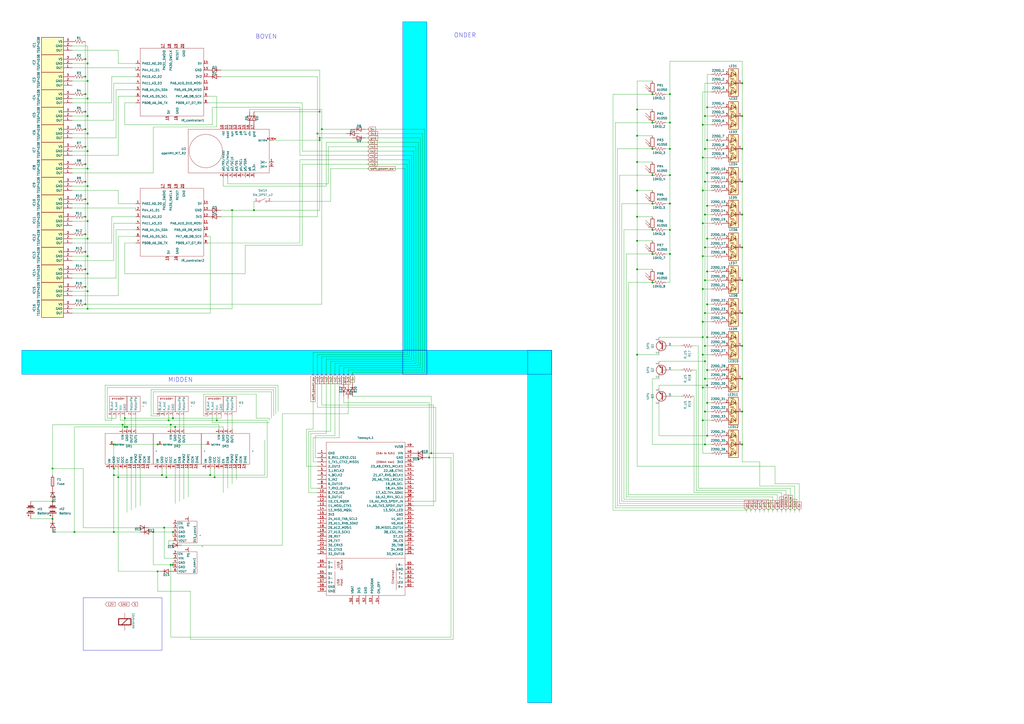
<source format=kicad_sch>
(kicad_sch (version 20231120) (generator "eeschema") (generator_version "8.0")
  (paper "A2")
  (junction (at 30.48 300.99))
  (junction (at 430.53 181.61))
  (junction (at 407.67 110.49))
  (junction (at 410.21 214.63))
  (junction (at 408.94 257.81))
  (junction (at 430.53 86.36))
  (junction (at 388.62 101.6))
  (junction (at 49.53 95.25))
  (junction (at 410.21 157.48))
  (junction (at 95.25 306.07))
  (junction (at 99.06 327.66))
  (junction (at 99.06 246.38))
  (junction (at 185.42 64.77))
  (junction (at 408.94 181.61))
  (junction (at 378.46 147.32))
  (junction (at 430.53 143.51))
  (junction (at 49.53 176.53))
  (junction (at 410.21 119.38))
  (junction (at 50.8 67.31))
  (junction (at 49.53 115.57))
  (junction (at 49.53 34.29))
  (junction (at 430.53 67.31))
  (junction (at 407.67 243.84))
  (junction (at 369.57 125.73))
  (junction (at 124.46 276.86))
  (junction (at 50.8 158.75))
  (junction (at 430.53 238.76))
  (junction (at 407.67 72.39))
  (junction (at 49.53 135.89))
  (junction (at 378.46 101.6))
  (junction (at 49.53 166.37))
  (junction (at 378.46 163.83))
  (junction (at 100.33 308.61))
  (junction (at 185.42 80.01))
  (junction (at 408.94 67.31))
  (junction (at 408.94 105.41))
  (junction (at 410.21 176.53))
  (junction (at 72.39 242.57))
  (junction (at 100.33 327.66))
  (junction (at 50.8 77.47))
  (junction (at 378.46 71.12))
  (junction (at 408.94 124.46))
  (junction (at 388.62 118.11))
  (junction (at 50.8 138.43))
  (junction (at 410.21 81.28))
  (junction (at 49.53 64.77))
  (junction (at 408.94 238.76))
  (junction (at 407.67 195.58))
  (junction (at 50.8 168.91))
  (junction (at 186.69 74.93))
  (junction (at 430.53 124.46))
  (junction (at 407.67 186.69))
  (junction (at 72.39 247.65))
  (junction (at 410.21 195.58))
  (junction (at 30.48 290.83))
  (junction (at 91.44 331.47))
  (junction (at 49.53 125.73))
  (junction (at 50.8 36.83))
  (junction (at 121.92 275.59))
  (junction (at 96.52 276.86))
  (junction (at 410.21 233.68))
  (junction (at 185.42 81.28))
  (junction (at 410.21 223.52))
  (junction (at 71.12 246.38))
  (junction (at 147.32 121.92))
  (junction (at 50.8 128.27))
  (junction (at 49.53 156.21))
  (junction (at 430.53 48.26))
  (junction (at 184.15 77.47))
  (junction (at 66.04 275.59))
  (junction (at 388.62 86.36))
  (junction (at 101.6 247.65))
  (junction (at 73.66 247.65))
  (junction (at 50.8 46.99))
  (junction (at 408.94 219.71))
  (junction (at 430.53 219.71))
  (junction (at 407.67 129.54))
  (junction (at 408.94 200.66))
  (junction (at 407.67 167.64))
  (junction (at 378.46 118.11))
  (junction (at 49.53 44.45))
  (junction (at 430.53 162.56))
  (junction (at 369.57 139.7))
  (junction (at 408.94 86.36))
  (junction (at 88.9 308.61))
  (junction (at 91.44 257.81))
  (junction (at 100.33 242.57))
  (junction (at 49.53 74.93))
  (junction (at 369.57 205.74))
  (junction (at 49.53 146.05))
  (junction (at 388.62 71.12))
  (junction (at 50.8 118.11))
  (junction (at 378.46 54.61))
  (junction (at 66.04 257.81))
  (junction (at 410.21 100.33))
  (junction (at 369.57 78.74))
  (junction (at 388.62 147.32))
  (junction (at 408.94 209.55))
  (junction (at 97.79 243.84))
  (junction (at 369.57 63.5))
  (junction (at 68.58 276.86))
  (junction (at 407.67 148.59))
  (junction (at 248.92 265.43))
  (junction (at 410.21 138.43))
  (junction (at 50.8 97.79))
  (junction (at 407.67 205.74))
  (junction (at 388.62 133.35))
  (junction (at 125.73 243.84))
  (junction (at 50.8 87.63))
  (junction (at 410.21 62.23))
  (junction (at 430.53 105.41))
  (junction (at 50.8 57.15))
  (junction (at 50.8 107.95))
  (junction (at 430.53 200.66))
  (junction (at 66.04 271.78))
  (junction (at 369.57 110.49))
  (junction (at 408.94 162.56))
  (junction (at 49.53 85.09))
  (junction (at 49.53 105.41))
  (junction (at 250.19 262.89))
  (junction (at 388.62 54.61))
  (junction (at 430.53 257.81))
  (junction (at 93.98 275.59))
  (junction (at 30.48 271.78))
  (junction (at 378.46 133.35))
  (junction (at 369.57 93.98))
  (junction (at 408.94 143.51))
  (junction (at 407.67 224.79))
  (junction (at 134.62 121.92))
  (junction (at 43.18 308.61))
  (junction (at 50.8 179.07))
  (junction (at 369.57 156.21))
  (junction (at 49.53 54.61))
  (junction (at 50.8 148.59))
  (junction (at 407.67 91.44))
  (junction (at 378.46 86.36))
  (junction (at 410.21 252.73))
  (junction (at 66.04 308.61))
  (wire (pts (xy 440.69 267.97) (xy 430.53 267.97)))
  (wire (pts (xy 86.36 306.07) (xy 95.25 306.07)))
  (wire (pts (xy 41.91 148.59) (xy 50.8 148.59)))
  (wire (pts (xy 407.67 224.79) (xy 412.75 224.79)))
  (wire (pts (xy 403.86 284.48) (xy 403.86 214.63)))
  (wire (pts (xy 407.67 167.64) (xy 407.67 186.69)))
  (wire (pts (xy 41.91 168.91) (xy 50.8 168.91)))
  (wire (pts (xy 204.47 215.9) (xy 246.38 215.9)))
  (wire (pts (xy 173.99 140.97) (xy 173.99 92.71)))
  (wire (pts (xy 408.94 238.76) (xy 412.75 238.76)))
  (wire (pts (xy 180.34 283.21) (xy 180.34 251.46)))
  (wire (pts (xy 49.53 176.53) (xy 186.69 176.53)))
  (wire (pts (xy 453.39 285.75) (xy 453.39 297.18)))
  (wire (pts (xy 76.2 241.3) (xy 76.2 248.92)))
  (wire (pts (xy 243.84 80.01) (xy 243.84 213.36)))
  (wire (pts (xy 412.75 43.18) (xy 410.21 43.18)))
  (wire (pts (xy 91.44 331.47) (xy 92.71 331.47)))
  (wire (pts (xy 175.26 87.63) (xy 175.26 59.69)))
  (wire (pts (xy 361.95 289.56) (xy 445.77 289.56)))
  (wire (pts (xy 382.27 195.58) (xy 407.67 195.58)))
  (wire (pts (xy 408.94 124.46) (xy 408.94 105.41)))
  (wire (pts (xy 60.96 223.52) (xy 161.29 223.52)))
  (wire (pts (xy 194.31 210.82) (xy 241.3 210.82)))
  (wire (pts (xy 196.85 212.09) (xy 196.85 254)))
  (wire (pts (xy 355.6 295.91) (xy 355.6 54.61)))
  (wire (pts (xy 93.98 275.59) (xy 93.98 271.78)))
  (wire (pts (xy 408.94 181.61) (xy 412.75 181.61)))
  (wire (pts (xy 186.69 63.5) (xy 186.69 74.93)))
  (wire (pts (xy 41.91 90.17) (xy 68.58 90.17)))
  (wire (pts (xy 91.44 331.47) (xy 91.44 342.9)))
  (wire (pts (xy 407.67 186.69) (xy 407.67 195.58)))
  (wire (pts (xy 175.26 95.25) (xy 236.22 95.25)))
  (wire (pts (xy 81.28 293.37) (xy 81.28 271.78)))
  (wire (pts (xy 41.91 26.67) (xy 50.8 26.67)))
  (wire (pts (xy 88.9 100.33) (xy 88.9 73.66)))
  (wire (pts (xy 369.57 63.5) (xy 378.46 63.5)))
  (wire (pts (xy 68.58 90.17) (xy 68.58 55.88)))
  (wire (pts (xy 142.24 158.75) (xy 142.24 142.24)))
  (wire (pts (xy 455.93 284.48) (xy 455.93 297.18)))
  (wire (pts (xy 378.46 86.36) (xy 358.14 86.36)))
  (wire (pts (xy 134.62 179.07) (xy 134.62 121.92)))
  (wire (pts (xy 184.15 265.43) (xy 182.88 265.43)))
  (wire (pts (xy 378.46 147.32) (xy 363.22 147.32)))
  (wire (pts (xy 99.06 369.57) (xy 261.62 369.57)))
  (wire (pts (xy 158.75 81.28) (xy 185.42 81.28)))
  (wire (pts (xy 407.67 129.54) (xy 412.75 129.54)))
  (wire (pts (xy 66.04 271.78) (xy 66.04 275.59)))
  (wire (pts (xy 369.57 46.99) (xy 378.46 46.99)))
  (wire (pts (xy 72.39 247.65) (xy 73.66 247.65)))
  (wire (pts (xy 50.8 26.67) (xy 50.8 36.83)))
  (wire (pts (xy 180.34 283.21) (xy 184.15 283.21)))
  (wire (pts (xy 369.57 125.73) (xy 369.57 110.49)))
  (wire (pts (xy 49.53 156.21) (xy 49.53 166.37)))
  (wire (pts (xy 378.46 257.81) (xy 408.94 257.81)))
  (wire (pts (xy 184.15 77.47) (xy 184.15 125.73)))
  (wire (pts (xy 262.89 262.89) (xy 250.19 262.89)))
  (wire (pts (xy 240.03 209.55) (xy 240.03 87.63)))
  (wire (pts (xy 408.94 257.81) (xy 408.94 238.76)))
  (wire (pts (xy 199.39 229.87) (xy 199.39 233.68)))
  (wire (pts (xy 95.25 306.07) (xy 100.33 306.07)))
  (wire (pts (xy 388.62 54.61) (xy 388.62 71.12)))
  (wire (pts (xy 378.46 78.74) (xy 369.57 78.74)))
  (wire (pts (xy 88.9 308.61) (xy 100.33 308.61)))
  (wire (pts (xy 408.94 86.36) (xy 408.94 67.31)))
  (wire (pts (xy 184.15 77.47) (xy 200.66 77.47)))
  (wire (pts (xy 64.77 241.3) (xy 64.77 243.84)))
  (wire (pts (xy 66.04 48.26) (xy 78.74 48.26)))
  (wire (pts (xy 147.32 64.77) (xy 185.42 64.77)))
  (wire (pts (xy 49.53 95.25) (xy 49.53 105.41)))
  (wire (pts (xy 199.39 213.36) (xy 243.84 213.36)))
  (wire (pts (xy 50.8 67.31) (xy 50.8 77.47)))
  (wire (pts (xy 101.6 271.78) (xy 101.6 292.1)))
  (wire (pts (xy 449.58 270.51) (xy 449.58 280.67)))
  (wire (pts (xy 407.67 243.84) (xy 412.75 243.84)))
  (wire (pts (xy 408.94 124.46) (xy 412.75 124.46)))
  (wire (pts (xy 121.92 275.59) (xy 93.98 275.59)))
  (wire (pts (xy 78.74 52.07) (xy 67.31 52.07)))
  (wire (pts (xy 100.33 326.39) (xy 100.33 327.66)))
  (wire (pts (xy 407.67 262.89) (xy 412.75 262.89)))
  (wire (pts (xy 369.57 78.74) (xy 369.57 63.5)))
  (wire (pts (xy 68.58 331.47) (xy 68.58 276.86)))
  (wire (pts (xy 408.94 209.55) (xy 408.94 219.71)))
  (wire (pts (xy 410.21 252.73) (xy 382.27 252.73)))
  (wire (pts (xy 62.23 242.57) (xy 62.23 224.79)))
  (wire (pts (xy 95.25 241.3) (xy 95.25 240.03)))
  (wire (pts (xy 191.77 97.79) (xy 234.95 97.79)))
  (wire (pts (xy 407.67 205.74) (xy 407.67 224.79)))
  (wire (pts (xy 185.42 80.01) (xy 204.47 80.01)))
  (wire (pts (xy 71.12 246.38) (xy 30.48 246.38)))
  (wire (pts (xy 433.07 295.91) (xy 433.07 297.18)))
  (wire (pts (xy 157.48 227.33) (xy 157.48 242.57)))
  (wire (pts (xy 100.33 242.57) (xy 128.27 242.57)))
  (wire (pts (xy 185.42 64.77) (xy 185.42 80.01)))
  (wire (pts (xy 99.06 246.38) (xy 71.12 246.38)))
  (wire (pts (xy 50.8 128.27) (xy 50.8 138.43)))
  (wire (pts (xy 128.27 125.73) (xy 184.15 125.73)))
  (wire (pts (xy 50.8 128.27) (xy 50.8 118.11)))
  (wire (pts (xy 410.21 138.43) (xy 410.21 157.48)))
  (wire (pts (xy 407.67 243.84) (xy 407.67 262.89)))
  (wire (pts (xy 394.97 200.66) (xy 389.89 200.66)))
  (wire (pts (xy 49.53 34.29) (xy 49.53 44.45)))
  (wire (pts (xy 30.48 271.78) (xy 30.48 275.59)))
  (wire (pts (xy 430.53 219.71) (xy 430.53 238.76)))
  (wire (pts (xy 125.73 73.66) (xy 125.73 55.88)))
  (wire (pts (xy 121.92 275.59) (xy 153.67 275.59)))
  (wire (pts (xy 458.47 283.21) (xy 458.47 297.18)))
  (wire (pts (xy 95.25 323.85) (xy 100.33 323.85)))
  (wire (pts (xy 201.93 240.03) (xy 201.93 231.14)))
  (wire (pts (xy 97.79 243.84) (xy 97.79 241.3)))
  (wire (pts (xy 41.91 128.27) (xy 50.8 128.27)))
  (wire (pts (xy 388.62 101.6) (xy 388.62 118.11)))
  (wire (pts (xy 199.39 213.36) (xy 199.39 222.25)))
  (wire (pts (xy 134.62 271.78) (xy 134.62 280.67)))
  (wire (pts (xy 49.53 125.73) (xy 49.53 135.89)))
  (wire (pts (xy 189.23 208.28) (xy 189.23 251.46)))
  (wire (pts (xy 407.67 53.34) (xy 407.67 72.39)))
  (wire (pts (xy 430.53 124.46) (xy 430.53 143.51)))
  (wire (pts (xy 196.85 212.09) (xy 242.57 212.09)))
  (wire (pts (xy 66.04 308.61) (xy 81.28 308.61)))
  (wire (pts (xy 369.57 78.74) (xy 369.57 93.98)))
  (wire (pts (xy 64.77 125.73) (xy 64.77 140.97)))
  (wire (pts (xy 49.53 54.61) (xy 49.53 64.77)))
  (wire (pts (xy 355.6 295.91) (xy 433.07 295.91)))
  (wire (pts (xy 163.83 316.23) (xy 163.83 240.03)))
  (wire (pts (xy 184.15 205.74) (xy 184.15 236.22)))
  (wire (pts (xy 91.44 257.81) (xy 119.38 257.81)))
  (wire (pts (xy 118.11 228.6) (xy 148.59 228.6)))
  (wire (pts (xy 407.67 167.64) (xy 412.75 167.64)))
  (wire (pts (xy 66.04 275.59) (xy 66.04 308.61)))
  (wire (pts (xy 127 248.92) (xy 127 246.38)))
  (wire (pts (xy 204.47 215.9) (xy 204.47 222.25)))
  (wire (pts (xy 407.67 110.49) (xy 407.67 129.54)))
  (wire (pts (xy 430.53 162.56) (xy 430.53 181.61)))
  (wire (pts (xy 100.33 308.61) (xy 100.33 311.15)))
  (wire (pts (xy 410.21 157.48) (xy 410.21 176.53)))
  (wire (pts (xy 132.08 106.68) (xy 190.5 106.68)))
  (wire (pts (xy 64.77 140.97) (xy 41.91 140.97)))
  (wire (pts (xy 66.04 257.81) (xy 91.44 257.81)))
  (wire (pts (xy 461.01 281.94) (xy 461.01 297.18)))
  (wire (pts (xy 48.26 271.78) (xy 48.26 306.07)))
  (wire (pts (xy 369.57 63.5) (xy 369.57 46.99)))
  (wire (pts (xy 158.75 226.06) (xy 158.75 241.3)))
  (wire (pts (xy 363.22 288.29) (xy 363.22 147.32)))
  (wire (pts (xy 443.23 290.83) (xy 443.23 297.18)))
  (wire (pts (xy 410.21 176.53) (xy 410.21 195.58)))
  (wire (pts (xy 430.53 48.26) (xy 430.53 67.31)))
  (wire (pts (xy 68.58 118.11) (xy 78.74 118.11)))
  (wire (pts (xy 410.21 119.38) (xy 412.75 119.38)))
  (wire (pts (xy 123.19 245.11) (xy 156.21 245.11)))
  (wire (pts (xy 179.07 250.19) (xy 179.07 285.75)))
  (wire (pts (xy 430.53 238.76) (xy 430.53 257.81)))
  (wire (pts (xy 121.92 271.78) (xy 121.92 275.59)))
  (wire (pts (xy 408.94 67.31) (xy 412.75 67.31)))
  (wire (pts (xy 185.42 40.64) (xy 185.42 64.77)))
  (wire (pts (xy 378.46 125.73) (xy 369.57 125.73)))
  (wire (pts (xy 388.62 86.36) (xy 388.62 71.12)))
  (wire (pts (xy 180.34 251.46) (xy 189.23 251.46)))
  (wire (pts (xy 410.21 100.33) (xy 412.75 100.33)))
  (wire (pts (xy 132.08 283.21) (xy 132.08 271.78)))
  (wire (pts (xy 105.41 316.23) (xy 163.83 316.23)))
  (wire (pts (xy 208.28 77.47) (xy 245.11 77.47)))
  (wire (pts (xy 435.61 294.64) (xy 435.61 297.18)))
  (wire (pts (xy 63.5 257.81) (xy 66.04 257.81)))
  (wire (pts (xy 184.15 205.74) (xy 236.22 205.74)))
  (wire (pts (xy 184.15 44.45) (xy 184.15 77.47)))
  (wire (pts (xy 449.58 280.67) (xy 463.55 280.67)))
  (wire (pts (xy 68.58 271.78) (xy 68.58 276.86)))
  (wire (pts (xy 64.77 59.69) (xy 41.91 59.69)))
  (wire (pts (xy 458.47 283.21) (xy 405.13 283.21)))
  (wire (pts (xy 129.54 271.78) (xy 129.54 285.75)))
  (wire (pts (xy 95.25 323.85) (xy 95.25 306.07)))
  (wire (pts (xy 50.8 179.07) (xy 134.62 179.07)))
  (wire (pts (xy 17.78 300.99) (xy 30.48 300.99)))
  (wire (pts (xy 407.67 224.79) (xy 407.67 243.84)))
  (wire (pts (xy 132.08 102.87) (xy 132.08 106.68)))
  (wire (pts (xy 430.53 67.31) (xy 430.53 86.36)))
  (wire (pts (xy 88.9 308.61) (xy 88.9 327.66)))
  (wire (pts (xy 378.46 219.71) (xy 378.46 257.81)))
  (wire (pts (xy 199.39 233.68) (xy 248.92 233.68)))
  (wire (pts (xy 92.71 241.3) (xy 87.63 241.3)))
  (wire (pts (xy 448.31 288.29) (xy 448.31 297.18)))
  (wire (pts (xy 186.69 207.01) (xy 186.69 234.95)))
  (wire (pts (xy 408.94 238.76) (xy 408.94 219.71)))
  (wire (pts (xy 50.8 36.83) (xy 41.91 36.83)))
  (wire (pts (xy 186.69 207.01) (xy 237.49 207.01)))
  (wire (pts (xy 185.42 40.64) (xy 128.27 40.64)))
  (wire (pts (xy 242.57 82.55) (xy 242.57 212.09)))
  (wire (pts (xy 194.31 210.82) (xy 194.31 252.73)))
  (wire (pts (xy 41.91 39.37) (xy 78.74 39.37)))
  (wire (pts (xy 87.63 226.06) (xy 158.75 226.06)))
  (wire (pts (xy 50.8 118.11) (xy 41.91 118.11)))
  (wire (pts (xy 43.18 308.61) (xy 66.04 308.61)))
  (wire (pts (xy 386.08 54.61) (xy 388.62 54.61)))
  (wire (pts (xy 41.91 87.63) (xy 50.8 87.63)))
  (wire (pts (xy 410.21 81.28) (xy 412.75 81.28)))
  (wire (pts (xy 237.49 207.01) (xy 237.49 92.71)))
  (wire (pts (xy 369.57 110.49) (xy 369.57 93.98)))
  (wire (pts (xy 430.53 181.61) (xy 430.53 200.66)))
  (wire (pts (xy 181.61 248.92) (xy 177.8 248.92)))
  (wire (pts (xy 408.94 162.56) (xy 408.94 143.51)))
  (wire (pts (xy 72.39 241.3) (xy 72.39 242.57)))
  (wire (pts (xy 132.08 241.3) (xy 132.08 248.92)))
  (wire (pts (xy 110.49 370.84) (xy 262.89 370.84)))
  (wire (pts (xy 438.15 293.37) (xy 358.14 293.37)))
  (wire (pts (xy 407.67 91.44) (xy 407.67 110.49)))
  (wire (pts (xy 378.46 118.11) (xy 360.68 118.11)))
  (wire (pts (xy 66.04 129.54) (xy 78.74 129.54)))
  (wire (pts (xy 382.27 219.71) (xy 378.46 219.71)))
  (wire (pts (xy 386.08 101.6) (xy 388.62 101.6)))
  (wire (pts (xy 72.39 242.57) (xy 100.33 242.57)))
  (wire (pts (xy 360.68 290.83) (xy 360.68 118.11)))
  (wire (pts (xy 125.73 243.84) (xy 154.94 243.84)))
  (wire (pts (xy 369.57 139.7) (xy 369.57 156.21)))
  (wire (pts (xy 41.91 171.45) (xy 68.58 171.45)))
  (wire (pts (xy 153.67 275.59) (xy 153.67 255.27)))
  (wire (pts (xy 408.94 48.26) (xy 412.75 48.26)))
  (wire (pts (xy 190.5 85.09) (xy 241.3 85.09)))
  (wire (pts (xy 402.59 229.87) (xy 402.59 285.75)))
  (wire (pts (xy 359.41 292.1) (xy 440.69 292.1)))
  (wire (pts (xy 410.21 138.43) (xy 412.75 138.43)))
  (wire (pts (xy 181.61 267.97) (xy 184.15 267.97)))
  (wire (pts (xy 408.94 200.66) (xy 408.94 181.61)))
  (wire (pts (xy 407.67 72.39) (xy 407.67 91.44)))
  (wire (pts (xy 204.47 229.87) (xy 250.19 229.87)))
  (wire (pts (xy 49.53 115.57) (xy 49.53 125.73)))
  (wire (pts (xy 73.66 271.78) (xy 73.66 297.18)))
  (wire (pts (xy 175.26 95.25) (xy 175.26 142.24)))
  (wire (pts (xy 173.99 90.17) (xy 238.76 90.17)))
  (wire (pts (xy 106.68 271.78) (xy 106.68 289.56)))
  (wire (pts (xy 251.46 234.95) (xy 186.69 234.95)))
  (wire (pts (xy 407.67 148.59) (xy 412.75 148.59)))
  (wire (pts (xy 407.67 195.58) (xy 407.67 205.74)))
  (wire (pts (xy 68.58 36.83) (xy 78.74 36.83)))
  (wire (pts (xy 100.33 327.66) (xy 100.33 328.93)))
  (wire (pts (xy 100.33 242.57) (xy 100.33 241.3)))
  (wire (pts (xy 261.62 265.43) (xy 261.62 369.57)))
  (wire (pts (xy 250.19 229.87) (xy 250.19 262.89)))
  (wire (pts (xy 41.91 67.31) (xy 50.8 67.31)))
  (wire (pts (xy 212.09 74.93) (xy 246.38 74.93)))
  (wire (pts (xy 388.62 35.56) (xy 430.53 35.56)))
  (wire (pts (xy 128.27 44.45) (xy 184.15 44.45)))
  (wire (pts (xy 49.53 146.05) (xy 49.53 156.21)))
  (wire (pts (xy 196.85 254) (xy 181.61 254)))
  (wire (pts (xy 412.75 53.34) (xy 407.67 53.34)))
  (wire (pts (xy 30.48 246.38) (xy 30.48 271.78)))
  (wire (pts (xy 128.27 121.92) (xy 134.62 121.92)))
  (wire (pts (xy 388.62 118.11) (xy 386.08 118.11)))
  (wire (pts (xy 386.08 133.35) (xy 388.62 133.35)))
  (wire (pts (xy 69.85 243.84) (xy 69.85 241.3)))
  (wire (pts (xy 50.8 179.07) (xy 41.91 179.07)))
  (wire (pts (xy 175.26 87.63) (xy 240.03 87.63)))
  (wire (pts (xy 68.58 110.49) (xy 68.58 118.11)))
  (wire (pts (xy 185.42 121.92) (xy 185.42 81.28)))
  (wire (pts (xy 148.59 242.57) (xy 156.21 242.57)))
  (wire (pts (xy 247.65 265.43) (xy 248.92 265.43)))
  (wire (pts (xy 440.69 281.94) (xy 461.01 281.94)))
  (wire (pts (xy 378.46 54.61) (xy 355.6 54.61)))
  (wire (pts (xy 173.99 92.71) (xy 237.49 92.71)))
  (wire (pts (xy 410.21 223.52) (xy 410.21 233.68)))
  (wire (pts (xy 50.8 97.79) (xy 50.8 107.95)))
  (wire (pts (xy 369.57 156.21) (xy 369.57 205.74)))
  (wire (pts (xy 49.53 24.13) (xy 49.53 34.29)))
  (wire (pts (xy 238.76 90.17) (xy 238.76 208.28)))
  (wire (pts (xy 410.21 157.48) (xy 412.75 157.48)))
  (wire (pts (xy 78.74 59.69) (xy 72.39 59.69)))
  (wire (pts (xy 408.94 219.71) (xy 412.75 219.71)))
  (wire (pts (xy 104.14 290.83) (xy 104.14 271.78)))
  (wire (pts (xy 125.73 243.84) (xy 97.79 243.84)))
  (wire (pts (xy 64.77 243.84) (xy 60.96 243.84)))
  (wire (pts (xy 110.49 342.9) (xy 110.49 370.84)))
  (wire (pts (xy 388.62 163.83) (xy 386.08 163.83)))
  (wire (pts (xy 448.31 288.29) (xy 363.22 288.29)))
  (wire (pts (xy 453.39 285.75) (xy 402.59 285.75)))
  (wire (pts (xy 408.94 181.61) (xy 408.94 162.56)))
  (wire (pts (xy 50.8 107.95) (xy 50.8 118.11)))
  (wire (pts (xy 440.69 292.1) (xy 440.69 297.18)))
  (wire (pts (xy 382.27 252.73) (xy 382.27 234.95)))
  (wire (pts (xy 369.57 205.74) (xy 382.27 205.74)))
  (wire (pts (xy 359.41 101.6) (xy 359.41 292.1)))
  (wire (pts (xy 101.6 247.65) (xy 101.6 248.92)))
  (wire (pts (xy 410.21 214.63) (xy 410.21 223.52)))
  (wire (pts (xy 120.65 140.97) (xy 173.99 140.97)))
  (wire (pts (xy 50.8 87.63) (xy 50.8 97.79)))
  (wire (pts (xy 455.93 284.48) (xy 403.86 284.48)))
  (wire (pts (xy 67.31 80.01) (xy 41.91 80.01)))
  (wire (pts (xy 88.9 327.66) (xy 99.06 327.66)))
  (wire (pts (xy 50.8 77.47) (xy 41.91 77.47)))
  (wire (pts (xy 100.33 313.69) (xy 97.79 313.69)))
  (wire (pts (xy 186.69 74.93) (xy 204.47 74.93)))
  (wire (pts (xy 388.62 147.32) (xy 388.62 163.83)))
  (wire (pts (xy 43.18 247.65) (xy 72.39 247.65)))
  (wire (pts (xy 369.57 139.7) (xy 378.46 139.7)))
  (wire (pts (xy 123.19 72.39) (xy 123.19 62.23)))
  (wire (pts (xy 361.95 133.35) (xy 361.95 289.56)))
  (wire (pts (xy 48.26 306.07) (xy 78.74 306.07)))
  (wire (pts (xy 407.67 205.74) (xy 412.75 205.74)))
  (wire (pts (xy 177.8 248.92) (xy 177.8 270.51)))
  (wire (pts (xy 407.67 72.39) (xy 412.75 72.39)))
  (wire (pts (xy 106.68 241.3) (xy 106.68 248.92)))
  (wire (pts (xy 189.23 208.28) (xy 238.76 208.28)))
  (wire (pts (xy 128.27 242.57) (xy 128.27 241.3)))
  (wire (pts (xy 408.94 67.31) (xy 408.94 48.26)))
  (wire (pts (xy 410.21 43.18) (xy 410.21 62.23)))
  (wire (pts (xy 95.25 240.03) (xy 88.9 240.03)))
  (wire (pts (xy 245.11 77.47) (xy 245.11 214.63)))
  (wire (pts (xy 252.73 236.22) (xy 184.15 236.22)))
  (wire (pts (xy 189.23 82.55) (xy 242.57 82.55)))
  (wire (pts (xy 369.57 156.21) (xy 378.46 156.21)))
  (wire (pts (xy 101.6 247.65) (xy 129.54 247.65)))
  (wire (pts (xy 430.53 105.41) (xy 430.53 124.46)))
  (wire (pts (xy 73.66 247.65) (xy 101.6 247.65)))
  (wire (pts (xy 60.96 243.84) (xy 60.96 223.52)))
  (wire (pts (xy 41.91 151.13) (xy 66.04 151.13)))
  (wire (pts (xy 412.75 257.81) (xy 408.94 257.81)))
  (wire (pts (xy 50.8 67.31) (xy 50.8 57.15)))
  (wire (pts (xy 68.58 55.88) (xy 78.74 55.88)))
  (wire (pts (xy 134.62 121.92) (xy 147.32 121.92)))
  (wire (pts (xy 410.21 195.58) (xy 412.75 195.58)))
  (wire (pts (xy 72.39 242.57) (xy 72.39 247.65)))
  (wire (pts (xy 430.53 200.66) (xy 430.53 219.71)))
  (wire (pts (xy 68.58 331.47) (xy 91.44 331.47)))
  (wire (pts (xy 234.95 97.79) (xy 234.95 204.47)))
  (wire (pts (xy 378.46 71.12) (xy 356.87 71.12)))
  (wire (pts (xy 49.53 85.09) (xy 49.53 95.25)))
  (wire (pts (xy 408.94 143.51) (xy 412.75 143.51)))
  (wire (pts (xy 129.54 102.87) (xy 129.54 107.95)))
  (wire (pts (xy 191.77 116.84) (xy 191.77 97.79)))
  (wire (pts (xy 160.02 224.79) (xy 160.02 240.03)))
  (wire (pts (xy 49.53 105.41) (xy 49.53 115.57)))
  (wire (pts (xy 408.94 86.36) (xy 412.75 86.36)))
  (wire (pts (xy 388.62 133.35) (xy 388.62 147.32)))
  (wire (pts (xy 88.9 227.33) (xy 88.9 240.03)))
  (wire (pts (xy 430.53 86.36) (xy 430.53 105.41)))
  (wire (pts (xy 99.06 327.66) (xy 100.33 327.66)))
  (wire (pts (xy 246.38 74.93) (xy 246.38 215.9)))
  (wire (pts (xy 438.15 293.37) (xy 438.15 297.18)))
  (wire (pts (xy 408.94 200.66) (xy 412.75 200.66)))
  (wire (pts (xy 64.77 44.45) (xy 64.77 59.69)))
  (wire (pts (xy 41.91 181.61) (xy 121.92 181.61)))
  (wire (pts (xy 179.07 285.75) (xy 184.15 285.75)))
  (wire (pts (xy 41.91 69.85) (xy 66.04 69.85)))
  (wire (pts (xy 382.27 209.55) (xy 408.94 209.55)))
  (wire (pts (xy 190.5 106.68) (xy 190.5 85.09)))
  (wire (pts (xy 191.77 250.19) (xy 179.07 250.19)))
  (wire (pts (xy 240.03 293.37) (xy 251.46 293.37)))
  (wire (pts (xy 189.23 107.95) (xy 189.23 82.55)))
  (wire (pts (xy 91.44 342.9) (xy 110.49 342.9)))
  (wire (pts (xy 68.58 171.45) (xy 68.58 137.16)))
  (wire (pts (xy 50.8 46.99) (xy 50.8 57.15)))
  (wire (pts (xy 443.23 290.83) (xy 360.68 290.83)))
  (wire (pts (xy 177.8 270.51) (xy 184.15 270.51)))
  (wire (pts (xy 410.21 81.28) (xy 410.21 100.33)))
  (wire (pts (xy 96.52 276.86) (xy 124.46 276.86)))
  (wire (pts (xy 124.46 276.86) (xy 124.46 271.78)))
  (wire (pts (xy 78.74 241.3) (xy 78.74 248.92)))
  (wire (pts (xy 93.98 275.59) (xy 66.04 275.59)))
  (wire (pts (xy 407.67 186.69) (xy 412.75 186.69)))
  (wire (pts (xy 66.04 69.85) (xy 66.04 48.26)))
  (wire (pts (xy 430.53 35.56) (xy 430.53 48.26)))
  (wire (pts (xy 72.39 158.75) (xy 142.24 158.75)))
  (wire (pts (xy 450.85 287.02) (xy 450.85 297.18)))
  (wire (pts (xy 41.91 110.49) (xy 68.58 110.49)))
  (wire (pts (xy 71.12 246.38) (xy 71.12 248.92)))
  (wire (pts (xy 182.88 265.43) (xy 182.88 252.73)))
  (wire (pts (xy 66.04 257.81) (xy 66.04 271.78)))
  (wire (pts (xy 88.9 73.66) (xy 125.73 73.66)))
  (wire (pts (xy 181.61 204.47) (xy 234.95 204.47)))
  (wire (pts (xy 410.21 195.58) (xy 410.21 214.63)))
  (wire (pts (xy 236.22 95.25) (xy 236.22 205.74)))
  (wire (pts (xy 97.79 313.69) (xy 97.79 316.23)))
  (wire (pts (xy 191.77 209.55) (xy 240.03 209.55)))
  (wire (pts (xy 252.73 290.83) (xy 252.73 236.22)))
  (wire (pts (xy 241.3 85.09) (xy 241.3 210.82)))
  (wire (pts (xy 185.42 81.28) (xy 185.42 80.01)))
  (wire (pts (xy 50.8 87.63) (xy 50.8 77.47)))
  (wire (pts (xy 378.46 133.35) (xy 361.95 133.35)))
  (wire (pts (xy 449.58 270.51) (xy 369.57 270.51)))
  (wire (pts (xy 120.65 241.3) (xy 118.11 241.3)))
  (wire (pts (xy 30.48 271.78) (xy 48.26 271.78)))
  (wire (pts (xy 50.8 148.59) (xy 50.8 138.43)))
  (wire (pts (xy 262.89 370.84) (xy 262.89 262.89)))
  (wire (pts (xy 369.57 93.98) (xy 378.46 93.98)))
  (wire (pts (xy 109.22 288.29) (xy 109.22 271.78)))
  (wire (pts (xy 410.21 62.23) (xy 412.75 62.23)))
  (wire (pts (xy 175.26 59.69) (xy 120.65 59.69)))
  (wire (pts (xy 369.57 125.73) (xy 369.57 139.7)))
  (wire (pts (xy 407.67 148.59) (xy 407.67 167.64)))
  (wire (pts (xy 154.94 243.84) (xy 154.94 276.86)))
  (wire (pts (xy 50.8 46.99) (xy 50.8 36.83)))
  (wire (pts (xy 408.94 143.51) (xy 408.94 124.46)))
  (wire (pts (xy 121.92 181.61) (xy 121.92 137.16)))
  (wire (pts (xy 120.65 55.88) (xy 125.73 55.88)))
  (wire (pts (xy 388.62 35.56) (xy 388.62 54.61)))
  (wire (pts (xy 41.91 29.21) (xy 68.58 29.21)))
  (wire (pts (xy 68.58 276.86) (xy 96.52 276.86)))
  (wire (pts (xy 121.92 137.16) (xy 120.65 137.16)))
  (wire (pts (xy 463.55 280.67) (xy 463.55 297.18)))
  (wire (pts (xy 388.62 133.35) (xy 388.62 118.11)))
  (wire (pts (xy 154.94 276.86) (xy 124.46 276.86)))
  (wire (pts (xy 201.93 214.63) (xy 201.93 223.52)))
  (wire (pts (xy 66.04 151.13) (xy 66.04 129.54)))
  (wire (pts (xy 67.31 242.57) (xy 62.23 242.57)))
  (wire (pts (xy 240.03 290.83) (xy 252.73 290.83)))
  (wire (pts (xy 173.99 62.23) (xy 173.99 90.17)))
  (wire (pts (xy 134.62 241.3) (xy 134.62 248.92)))
  (wire (pts (xy 78.74 133.35) (xy 67.31 133.35)))
  (wire (pts (xy 68.58 29.21) (xy 68.58 36.83)))
  (wire (pts (xy 182.88 252.73) (xy 194.31 252.73)))
  (wire (pts (xy 410.21 252.73) (xy 412.75 252.73)))
  (wire (pts (xy 186.69 176.53) (xy 186.69 74.93)))
  (wire (pts (xy 49.53 135.89) (xy 49.53 146.05)))
  (wire (pts (xy 386.08 86.36) (xy 388.62 86.36)))
  (wire (pts (xy 251.46 293.37) (xy 251.46 234.95)))
  (wire (pts (xy 407.67 91.44) (xy 412.75 91.44)))
  (wire (pts (xy 181.61 204.47) (xy 181.61 248.92)))
  (wire (pts (xy 118.11 241.3) (xy 118.11 228.6)))
  (wire (pts (xy 67.31 133.35) (xy 67.31 161.29)))
  (wire (pts (xy 191.77 209.55) (xy 191.77 250.19)))
  (wire (pts (xy 144.78 64.77) (xy 144.78 63.5)))
  (wire (pts (xy 49.53 166.37) (xy 49.53 176.53)))
  (wire (pts (xy 388.62 86.36) (xy 388.62 101.6)))
  (wire (pts (xy 369.57 205.74) (xy 369.57 270.51)))
  (wire (pts (xy 50.8 158.75) (xy 41.91 158.75)))
  (wire (pts (xy 157.48 116.84) (xy 191.77 116.84)))
  (wire (pts (xy 78.74 120.65) (xy 78.74 121.92)))
  (wire (pts (xy 78.74 39.37) (xy 78.74 40.64)))
  (wire (pts (xy 445.77 289.56) (xy 445.77 297.18)))
  (wire (pts (xy 129.54 247.65) (xy 129.54 248.92)))
  (wire (pts (xy 41.91 100.33) (xy 88.9 100.33)))
  (wire (pts (xy 76.2 295.91) (xy 76.2 271.78)))
  (wire (pts (xy 72.39 59.69) (xy 72.39 72.39)))
  (wire (pts (xy 41.91 120.65) (xy 78.74 120.65)))
  (wire (pts (xy 181.61 254) (xy 181.61 267.97)))
  (wire (pts (xy 248.92 233.68) (xy 248.92 265.43)))
  (wire (pts (xy 78.74 44.45) (xy 64.77 44.45)))
  (wire (pts (xy 364.49 163.83) (xy 378.46 163.83)))
  (wire (pts (xy 50.8 168.91) (xy 50.8 179.07)))
  (wire (pts (xy 144.78 63.5) (xy 186.69 63.5)))
  (wire (pts (xy 50.8 57.15) (xy 41.91 57.15)))
  (wire (pts (xy 147.32 121.92) (xy 185.42 121.92)))
  (wire (pts (xy 410.21 119.38) (xy 410.21 138.43)))
  (wire (pts (xy 161.29 223.52) (xy 161.29 238.76)))
  (wire (pts (xy 43.18 247.65) (xy 43.18 308.61)))
  (wire (pts (xy 147.32 116.84) (xy 147.32 121.92)))
  (wire (pts (xy 99.06 246.38) (xy 99.06 248.92)))
  (wire (pts (xy 137.16 278.13) (xy 137.16 271.78)))
  (wire (pts (xy 201.93 214.63) (xy 245.11 214.63)))
  (wire (pts (xy 50.8 168.91) (xy 50.8 158.75)))
  (wire (pts (xy 408.94 105.41) (xy 412.75 105.41)))
  (wire (pts (xy 163.83 240.03) (xy 201.93 240.03)))
  (wire (pts (xy 408.94 162.56) (xy 412.75 162.56)))
  (wire (pts (xy 123.19 241.3) (xy 123.19 245.11)))
  (wire (pts (xy 408.94 105.41) (xy 408.94 86.36)))
  (wire (pts (xy 97.79 243.84) (xy 69.85 243.84)))
  (wire (pts (xy 78.74 271.78) (xy 78.74 294.64)))
  (wire (pts (xy 72.39 72.39) (xy 123.19 72.39)))
  (wire (pts (xy 356.87 71.12) (xy 356.87 294.64)))
  (wire (pts (xy 62.23 224.79) (xy 160.02 224.79)))
  (wire (pts (xy 88.9 227.33) (xy 157.48 227.33)))
  (wire (pts (xy 250.19 262.89) (xy 247.65 262.89)))
  (wire (pts (xy 407.67 110.49) (xy 412.75 110.49)))
  (wire (pts (xy 364.49 287.02) (xy 450.85 287.02)))
  (wire (pts (xy 382.27 223.52) (xy 410.21 223.52)))
  (wire (pts (xy 68.58 137.16) (xy 78.74 137.16)))
  (wire (pts (xy 212.09 80.01) (xy 243.84 80.01)))
  (wire (pts (xy 410.21 233.68) (xy 410.21 252.73)))
  (wire (pts (xy 41.91 107.95) (xy 50.8 107.95)))
  (wire (pts (xy 430.53 143.51) (xy 430.53 162.56)))
  (wire (pts (xy 125.73 241.3) (xy 125.73 243.84)))
  (wire (pts (xy 407.67 129.54) (xy 407.67 148.59)))
  (wire (pts (xy 72.39 140.97) (xy 72.39 158.75)))
  (wire (pts (xy 50.8 138.43) (xy 41.91 138.43)))
  (wire (pts (xy 99.06 327.66) (xy 99.06 369.57)))
  (wire (pts (xy 67.31 161.29) (xy 41.91 161.29)))
  (wire (pts (xy 403.86 214.63) (xy 402.59 214.63)))
  (wire (pts (xy 435.61 294.64) (xy 356.87 294.64)))
  (wire (pts (xy 394.97 214.63) (xy 389.89 214.63)))
  (wire (pts (xy 410.21 62.23) (xy 410.21 81.28)))
  (wire (pts (xy 389.89 229.87) (xy 394.97 229.87)))
  (wire (pts (xy 49.53 64.77) (xy 49.53 74.93)))
  (wire (pts (xy 41.91 46.99) (xy 50.8 46.99)))
  (wire (pts (xy 67.31 241.3) (xy 67.31 242.57)))
  (wire (pts (xy 148.59 228.6) (xy 148.59 242.57)))
  (wire (pts (xy 104.14 241.3) (xy 104.14 248.92)))
  (wire (pts (xy 388.62 71.12) (xy 386.08 71.12)))
  (wire (pts (xy 73.66 248.92) (xy 73.66 247.65)))
  (wire (pts (xy 430.53 257.81) (xy 430.53 267.97)))
  (wire (pts (xy 408.94 200.66) (xy 408.94 209.55)))
  (wire (pts (xy 410.21 214.63) (xy 412.75 214.63)))
  (wire (pts (xy 378.46 101.6) (xy 359.41 101.6)))
  (wire (pts (xy 142.24 142.24) (xy 175.26 142.24)))
  (wire (pts (xy 123.19 62.23) (xy 173.99 62.23)))
  (wire (pts (xy 156.21 242.57) (xy 156.21 243.84)))
  (wire (pts (xy 364.49 163.83) (xy 364.49 287.02)))
  (wire (pts (xy 87.63 241.3) (xy 87.63 226.06)))
  (wire (pts (xy 129.54 107.95) (xy 189.23 107.95)))
  (wire (pts (xy 50.8 148.59) (xy 50.8 158.75)))
  (wire (pts (xy 49.53 44.45) (xy 49.53 54.61)))
  (wire (pts (xy 369.57 110.49) (xy 378.46 110.49)))
  (wire (pts (xy 78.74 140.97) (xy 72.39 140.97)))
  (wire (pts (xy 405.13 200.66) (xy 405.13 283.21)))
  (wire (pts (xy 386.08 147.32) (xy 388.62 147.32)))
  (wire (pts (xy 382.27 224.79) (xy 382.27 223.52)))
  (wire (pts (xy 78.74 125.73) (xy 64.77 125.73)))
  (wire (pts (xy 127 246.38) (xy 99.06 246.38)))
  (wire (pts (xy 402.59 200.66) (xy 405.13 200.66)))
  (wire (pts (xy 440.69 267.97) (xy 440.69 281.94)))
  (wire (pts (xy 17.78 290.83) (xy 30.48 290.83)))
  (wire (pts (xy 248.92 265.43) (xy 261.62 265.43)))
  (wire (pts (xy 410.21 176.53) (xy 412.75 176.53)))
  (wire (pts (xy 410.21 233.68) (xy 412.75 233.68)))
  (wire (pts (xy 30.48 308.61) (xy 43.18 308.61)))
  (wire (pts (xy 96.52 276.86) (xy 96.52 271.78)))
  (wire (pts (xy 49.53 74.93) (xy 49.53 85.09)))
  (wire (pts (xy 50.8 97.79) (xy 41.91 97.79)))
  (wire (pts (xy 67.31 52.07) (xy 67.31 80.01)))
  (wire (pts (xy 358.14 293.37) (xy 358.14 86.36)))
  (wire (pts (xy 410.21 100.33) (xy 410.21 119.38)))
  (rectangle (start 205.74 44.45) (end 205.74 44.45))
  (rectangle (start 233.68 203.2) (end 320.04 217.17) (fill (type color) (color 0 255 255 1)))
  (rectangle (start 306.07 203.2) (end 320.04 407.67) (fill (type color) (color 0 255 255 1)))
  (rectangle (start 48.26 346.71) (end 93.98 377.19))
  (rectangle (start 12.7 203.2) (end 247.65 217.17) (fill (type color) (color 0 255 255 1)))
  (rectangle (start 233.68 12.7) (end 247.65 217.17) (fill (type color) (color 0 255 255 1)))
  (text "BOVEN\n" (at 154.432 21.336 0) (effects (font (size 2.54 2.54))))
  (text "MIDDEN\n" (at 104.648 220.472 0) (effects (font (size 2.54 2.54))))
  (text "ONDER\n" (at 269.748 20.574 0) (effects (font (size 2.54 2.54))))
  (global_label "3v3" (shape input) (at 213.36 77.47 0) (property "Intersheetrefs" "${INTERSHEET_REFS}" (effects (hide yes))))
  (global_label "BLAUW" (shape input) (at 458.47 295.91 90) (property "Intersheetrefs" "${INTERSHEET_REFS}" (effects (hide yes))))
  (global_label "S" (shape input) (at 76.2 350.52 0) (property "Intersheetrefs" "${INTERSHEET_REFS}" (effects (hide yes))))
  (global_label "soft_power_sw" (shape input) (at 181.61 217.17 270) (property "Intersheetrefs" "${INTERSHEET_REFS}" (effects (hide yes))))
  (global_label "gnd" (shape input) (at 213.36 80.01 0) (property "Intersheetrefs" "${INTERSHEET_REFS}" (effects (hide yes))))
  (global_label "rx3" (shape input) (at 184.15 217.17 270) (property "Intersheetrefs" "${INTERSHEET_REFS}" (effects (hide yes))))
  (global_label "5V" (shape input) (at 463.55 295.91 90) (property "Intersheetrefs" "${INTERSHEET_REFS}" (effects (hide yes))))
  (global_label "rx2" (shape input) (at 213.36 90.17 0) (property "Intersheetrefs" "${INTERSHEET_REFS}" (effects (hide yes))))
  (global_label "rx2" (shape input) (at 189.23 217.17 270) (property "Intersheetrefs" "${INTERSHEET_REFS}" (effects (hide yes))))
  (global_label "GND" (shape input) (at 461.01 295.91 90) (property "Intersheetrefs" "${INTERSHEET_REFS}" (effects (hide yes))))
  (global_label "pr1" (shape input) (at 433.07 295.91 90) (property "Intersheetrefs" "${INTERSHEET_REFS}" (effects (hide yes))))
  (global_label "tx1" (shape input) (at 213.36 82.55 0) (property "Intersheetrefs" "${INTERSHEET_REFS}" (effects (hide yes))))
  (global_label "pr5" (shape input) (at 443.23 295.91 90) (property "Intersheetrefs" "${INTERSHEET_REFS}" (effects (hide yes))))
  (global_label "pr6" (shape input) (at 445.77 295.91 90) (property "Intersheetrefs" "${INTERSHEET_REFS}" (effects (hide yes))))
  (global_label "5v" (shape input) (at 213.36 74.93 0) (property "Intersheetrefs" "${INTERSHEET_REFS}" (effects (hide yes))))
  (global_label "5v" (shape input) (at 204.47 217.17 270) (property "Intersheetrefs" "${INTERSHEET_REFS}" (effects (hide yes))))
  (global_label "tx3" (shape input) (at 186.69 217.17 270) (property "Intersheetrefs" "${INTERSHEET_REFS}" (effects (hide yes))))
  (global_label "pr8" (shape input) (at 450.85 295.91 90) (property "Intersheetrefs" "${INTERSHEET_REFS}" (effects (hide yes))))
  (global_label "tx1" (shape input) (at 196.85 217.17 270) (property "Intersheetrefs" "${INTERSHEET_REFS}" (effects (hide yes))))
  (global_label "GROEN" (shape input) (at 455.93 295.91 90) (property "Intersheetrefs" "${INTERSHEET_REFS}" (effects (hide yes))))
  (global_label "12V" (shape input) (at 60.96 350.52 0) (property "Intersheetrefs" "${INTERSHEET_REFS}" (effects (hide yes))))
  (global_label "soft_power_sw" (shape input) (at 213.36 97.79 0) (property "Intersheetrefs" "${INTERSHEET_REFS}" (effects (hide yes))))
  (global_label "gnd" (shape input) (at 199.39 217.17 270) (property "Intersheetrefs" "${INTERSHEET_REFS}" (effects (hide yes))))
  (global_label "tx2" (shape input) (at 213.36 87.63 0) (property "Intersheetrefs" "${INTERSHEET_REFS}" (effects (hide yes))))
  (global_label "ROOD" (shape input) (at 453.39 295.91 90) (property "Intersheetrefs" "${INTERSHEET_REFS}" (effects (hide yes))))
  (global_label "rx1" (shape input) (at 213.36 85.09 0) (property "Intersheetrefs" "${INTERSHEET_REFS}" (effects (hide yes))))
  (global_label "GND" (shape input) (at 68.58 350.52 0) (property "Intersheetrefs" "${INTERSHEET_REFS}" (effects (hide yes))))
  (global_label "pr7" (shape input) (at 448.31 295.91 90) (property "Intersheetrefs" "${INTERSHEET_REFS}" (effects (hide yes))))
  (global_label "tx3" (shape input) (at 213.36 92.71 0) (property "Intersheetrefs" "${INTERSHEET_REFS}" (effects (hide yes))))
  (global_label "pr4" (shape input) (at 440.69 295.91 90) (property "Intersheetrefs" "${INTERSHEET_REFS}" (effects (hide yes))))
  (global_label "tx2" (shape input) (at 191.77 217.17 270) (property "Intersheetrefs" "${INTERSHEET_REFS}" (effects (hide yes))))
  (global_label "pr2" (shape input) (at 435.61 295.91 90) (property "Intersheetrefs" "${INTERSHEET_REFS}" (effects (hide yes))))
  (global_label "3v3" (shape input) (at 201.93 217.17 270) (property "Intersheetrefs" "${INTERSHEET_REFS}" (effects (hide yes))))
  (global_label "rx3" (shape input) (at 213.36 95.25 0) (property "Intersheetrefs" "${INTERSHEET_REFS}" (effects (hide yes))))
  (global_label "pr3" (shape input) (at 438.15 295.91 90) (property "Intersheetrefs" "${INTERSHEET_REFS}" (effects (hide yes))))
  (global_label "rx1" (shape input) (at 194.31 217.17 270) (property "Intersheetrefs" "${INTERSHEET_REFS}" (effects (hide yes))))
  (symbol (lib_id "Device:R_US") (at 45.72 54.61 90) (unit 1)
    (property "Reference" "R4" (at 45.72 52.578 90))
    (property "Value" "R_US" (effects (hide yes)))
    (property "Footprint" "Resistor_THT:R_Axial_DIN0207_L6.3mm_D2.5mm_P10.16mm_Horizontal" (effects (hide yes)))
    (property "Description" "Resistor, US symbol" (effects (hide yes)))
  )
  (symbol (lib_id "Device:R_US") (at 45.72 125.73 90) (unit 1)
    (property "Reference" "R11" (at 45.72 123.698 90))
    (property "Value" "R_US" (effects (hide yes)))
    (property "Footprint" "Resistor_THT:R_Axial_DIN0207_L6.3mm_D2.5mm_P10.16mm_Horizontal" (effects (hide yes)))
    (property "Description" "Resistor, US symbol" (effects (hide yes)))
  )
  (symbol (lib_id "Sensor_Optical:A1050") (at 378.46 97.79 0) (unit 1)
    (property "Reference" "PR4" (at 381 96.5199 0) (effects (justify left)))
    (property "Value" "A1050" (at 381 99.0599 0) (effects (justify left)))
    (property "Footprint" "OptoDevice:R_LDR_D6.4mm_P3.4mm_Vertical" (effects (hide yes)))
    (property "Datasheet" "http://cdn-reichelt.de/documents/datenblatt/A500/A106012.pdf" (effects (hide yes)))
    (property "Description" "light dependent resistor" (effects (hide yes)))
  )
  (symbol (lib_id "TSSP4038:TSSP4038") (at 41.91 171.45 180) (unit 1)
    (property "Reference" "IC15" (at 19.812 168.402 90))
    (property "Value" "TSSP4038" (at 22.352 168.402 90))
    (property "Footprint" "KiCad:TSSP4038" (effects (hide yes)))
    (property "Datasheet" "https://componentsearchengine.com/Datasheets/2/TSSP4038.pdf" (effects (hide yes)))
    (property "Description" "IR Receiver Module 38KHz 25m EMI 3-Pin Vishay TSSP4038, 38kHz IR Receiver, 950nm +/-45 , 25m Range, 2.5V - 5V, Through Hole, 6 x 3.9 x 6.95mm" (effects (hide yes)))
    (property "Manufacturer_Name" "Vishay" (effects (hide yes)))
    (property "Manufacturer_Part_Number" "TSSP4038" (effects (hide yes)))
    (property "Mouser Part Number" "782-TSSP4038" (effects (hide yes)))
    (property "Mouser Price/Stock" "https://www.mouser.co.uk/ProductDetail/Vishay-Semiconductors/TSSP4038?qs=lgjwDzixuo3Ja5hn%252BEmOdw%3D%3D" (effects (hide yes)))
    (property "Arrow Part Number" "TSSP4038" (effects (hide yes)))
    (property "Arrow Price/Stock" "https://www.arrow.com/en/products/tssp4038/vishay?region=nac" (effects (hide yes)))
  )
  (symbol (lib_id "openmv_m7_r2:openMV_M7_R2") (at 134.62 87.63 90) (unit 1)
    (property "Reference" "U2" (at 107.95 86.3599 90) (effects (justify left)))
    (property "Value" "openMV_M7_R2" (at 107.95 88.8999 90) (effects (justify left)))
    (property "Footprint" "custom:openmv_m7_r2" (effects (hide yes)))
  )
  (symbol (lib_id "Device:D") (at 85.09 308.61 0) (unit 1)
    (property "Reference" "D13" (at 87.63 307.594 0))
    (property "Value" "D" (effects (hide yes)))
    (property "Footprint" "Diode_SMD:D_MELF-RM10_Universal_Handsoldering" (effects (hide yes)))
    (property "Description" "Diode" (effects (hide yes)))
    (property "Sim.Device" "D" (effects (hide yes)))
    (property "Sim.Pins" "1=K 2=A" (effects (hide yes)))
  )
  (symbol (lib_id "Simulation_SPICE:NPN") (at 384.81 200.66 180) (unit 1)
    (property "Reference" "Q1" (at 378.46 200.66 90))
    (property "Value" "NPN" (at 375.92 200.66 90))
    (property "Datasheet" "https://ngspice.sourceforge.io/docs/ngspice-html-manual/manual.xhtml#cha_BJTs" (effects (hide yes)))
    (property "Description" "Bipolar transistor symbol for simulation only, substrate tied to the emitter" (effects (hide yes)))
    (property "Sim.Device" "NPN" (effects (hide yes)))
    (property "Sim.Type" "GUMMELPOON" (effects (hide yes)))
    (property "Sim.Pins" "1=C 2=B 3=E" (effects (hide yes)))
  )
  (symbol (lib_id "Device:R_US") (at 416.56 72.39 270) (unit 1)
    (property "Reference" "220Ω_6" (at 416.56 70.104 90))
    (property "Value" "R_US" (effects (hide yes)))
    (property "Description" "Resistor, US symbol" (effects (hide yes)))
  )
  (symbol (lib_id "Device:D") (at 124.46 44.45 0) (unit 1)
    (property "Reference" "D1" (at 124.46 42.672 0))
    (property "Value" "D" (effects (hide yes)))
    (property "Footprint" "Diode_SMD:D_MELF-RM10_Universal_Handsoldering" (effects (hide yes)))
    (property "Description" "Diode" (effects (hide yes)))
    (property "Sim.Device" "D" (effects (hide yes)))
    (property "Sim.Pins" "1=K 2=A" (effects (hide yes)))
  )
  (symbol (lib_id "TSSP4038:TSSP4038") (at 41.91 181.61 180) (unit 1)
    (property "Reference" "IC16" (at 19.812 178.562 90))
    (property "Value" "TSSP4038" (at 22.352 178.562 90))
    (property "Footprint" "KiCad:TSSP4038" (effects (hide yes)))
    (property "Datasheet" "https://componentsearchengine.com/Datasheets/2/TSSP4038.pdf" (effects (hide yes)))
    (property "Description" "IR Receiver Module 38KHz 25m EMI 3-Pin Vishay TSSP4038, 38kHz IR Receiver, 950nm +/-45 , 25m Range, 2.5V - 5V, Through Hole, 6 x 3.9 x 6.95mm" (effects (hide yes)))
    (property "Manufacturer_Name" "Vishay" (effects (hide yes)))
    (property "Manufacturer_Part_Number" "TSSP4038" (effects (hide yes)))
    (property "Mouser Part Number" "782-TSSP4038" (effects (hide yes)))
    (property "Mouser Price/Stock" "https://www.mouser.co.uk/ProductDetail/Vishay-Semiconductors/TSSP4038?qs=lgjwDzixuo3Ja5hn%252BEmOdw%3D%3D" (effects (hide yes)))
    (property "Arrow Part Number" "TSSP4038" (effects (hide yes)))
    (property "Arrow Price/Stock" "https://www.arrow.com/en/products/tssp4038/vishay?region=nac" (effects (hide yes)))
  )
  (symbol (lib_id "Sensor_Optical:A1050") (at 378.46 114.3 0) (unit 1)
    (property "Reference" "PR5" (at 381 113.0299 0) (effects (justify left)))
    (property "Value" "A1050" (at 381 115.5699 0) (effects (justify left)))
    (property "Footprint" "OptoDevice:R_LDR_D6.4mm_P3.4mm_Vertical" (effects (hide yes)))
    (property "Datasheet" "http://cdn-reichelt.de/documents/datenblatt/A500/A106012.pdf" (effects (hide yes)))
    (property "Description" "light dependent resistor" (effects (hide yes)))
  )
  (symbol (lib_id "Device:R_US") (at 382.27 71.12 90) (unit 1)
    (property "Reference" "10KΩ_2" (at 382.27 73.406 90))
    (property "Value" "R_US" (effects (hide yes)))
    (property "Description" "Resistor, US symbol" (effects (hide yes)))
  )
  (symbol (lib_id "Device:R_US") (at 45.72 135.89 90) (unit 1)
    (property "Reference" "R12" (at 45.72 133.858 90))
    (property "Value" "R_US" (effects (hide yes)))
    (property "Footprint" "Resistor_THT:R_Axial_DIN0207_L6.3mm_D2.5mm_P10.16mm_Horizontal" (effects (hide yes)))
    (property "Description" "Resistor, US symbol" (effects (hide yes)))
  )
  (symbol (lib_id "Device:R_US") (at 416.56 148.59 270) (unit 1)
    (property "Reference" "220Ω_18" (at 416.56 146.304 90))
    (property "Value" "R_US" (effects (hide yes)))
    (property "Description" "Resistor, US symbol" (effects (hide yes)))
  )
  (symbol (lib_id "Device:R_US") (at 416.56 119.38 270) (unit 1)
    (property "Reference" "220Ω_13" (at 416.56 117.094 90))
    (property "Value" "R_US" (effects (hide yes)))
    (property "Description" "Resistor, US symbol" (effects (hide yes)))
  )
  (symbol (lib_id "TSSP4038:TSSP4038") (at 41.91 29.21 180) (unit 1)
    (property "Reference" "IC1" (at 19.812 26.162 90))
    (property "Value" "TSSP4038" (at 22.352 26.162 90))
    (property "Footprint" "KiCad:TSSP4038" (effects (hide yes)))
    (property "Datasheet" "https://componentsearchengine.com/Datasheets/2/TSSP4038.pdf" (effects (hide yes)))
    (property "Description" "IR Receiver Module 38KHz 25m EMI 3-Pin Vishay TSSP4038, 38kHz IR Receiver, 950nm +/-45 , 25m Range, 2.5V - 5V, Through Hole, 6 x 3.9 x 6.95mm" (effects (hide yes)))
    (property "Manufacturer_Name" "Vishay" (effects (hide yes)))
    (property "Manufacturer_Part_Number" "TSSP4038" (effects (hide yes)))
    (property "Mouser Part Number" "782-TSSP4038" (effects (hide yes)))
    (property "Mouser Price/Stock" "https://www.mouser.co.uk/ProductDetail/Vishay-Semiconductors/TSSP4038?qs=lgjwDzixuo3Ja5hn%252BEmOdw%3D%3D" (effects (hide yes)))
    (property "Arrow Part Number" "TSSP4038" (effects (hide yes)))
    (property "Arrow Price/Stock" "https://www.arrow.com/en/products/tssp4038/vishay?region=nac" (effects (hide yes)))
  )
  (symbol (lib_id "Device:D") (at 30.48 304.8 270) (unit 1)
    (property "Reference" "D11" (at 31.496 307.34 0))
    (property "Value" "D" (effects (hide yes)))
    (property "Footprint" "Diode_SMD:D_MELF-RM10_Universal_Handsoldering" (effects (hide yes)))
    (property "Description" "Diode" (effects (hide yes)))
    (property "Sim.Device" "D" (effects (hide yes)))
    (property "Sim.Pins" "1=K 2=A" (effects (hide yes)))
  )
  (symbol (lib_id "Device:Battery") (at 17.78 295.91 180) (unit 1)
    (property "Reference" "xt1" (at 21.59 295.2114 0) (effects (justify right)))
    (property "Value" "Battery" (at 21.59 297.7514 0) (effects (justify right)))
    (property "Footprint" "Connector_AMASS:AMASS_XT60-F_1x02_P7.20mm_Vertical" (effects (hide yes)))
    (property "Description" "Multiple-cell battery" (effects (hide yes)))
  )
  (symbol (lib_id "Device:D") (at 204.47 226.06 270) (unit 1)
    (property "Reference" "D20" (at 206.248 226.06 0))
    (property "Value" "D" (effects (hide yes)))
    (property "Footprint" "Diode_SMD:D_MELF-RM10_Universal_Handsoldering" (effects (hide yes)))
    (property "Description" "Diode" (effects (hide yes)))
    (property "Sim.Device" "D" (effects (hide yes)))
    (property "Sim.Pins" "1=K 2=A" (effects (hide yes)))
  )
  (symbol (lib_id "Device:R_US") (at 416.56 233.68 270) (unit 1)
    (property "Reference" "220Ω_31" (at 416.56 231.394 90))
    (property "Value" "R_US" (effects (hide yes)))
    (property "Description" "Resistor, US symbol" (effects (hide yes)))
  )
  (symbol (lib_id "Device:R_US") (at 416.56 162.56 270) (unit 1)
    (property "Reference" "220Ω_20" (at 416.56 160.274 90))
    (property "Value" "R_US" (effects (hide yes)))
    (property "Description" "Resistor, US symbol" (effects (hide yes)))
  )
  (symbol (lib_name "TB9051FTG_1") (lib_id "cust_symbs:TB9051FTG") (at 74.93 257.81 0) (unit 1)
    (property "Reference" "DR1" (at 72.898 258.826 0) (effects (justify left)))
    (property "Value" "~" (at 90.17 261.62 0) (effects (justify left)))
    (property "Footprint" "cust_footpr:TB9051FTG" (effects (hide yes)))
    (property "Datasheet" "https://www.pololu.com/product/2997/resources" (effects (hide yes)))
  )
  (symbol (lib_id "TSSP4038:TSSP4038") (at 41.91 110.49 180) (unit 1)
    (property "Reference" "IC9" (at 19.812 107.442 90))
    (property "Value" "TSSP4038" (at 22.352 107.442 90))
    (property "Footprint" "KiCad:TSSP4038" (effects (hide yes)))
    (property "Datasheet" "https://componentsearchengine.com/Datasheets/2/TSSP4038.pdf" (effects (hide yes)))
    (property "Description" "IR Receiver Module 38KHz 25m EMI 3-Pin Vishay TSSP4038, 38kHz IR Receiver, 950nm +/-45 , 25m Range, 2.5V - 5V, Through Hole, 6 x 3.9 x 6.95mm" (effects (hide yes)))
    (property "Manufacturer_Name" "Vishay" (effects (hide yes)))
    (property "Manufacturer_Part_Number" "TSSP4038" (effects (hide yes)))
    (property "Mouser Part Number" "782-TSSP4038" (effects (hide yes)))
    (property "Mouser Price/Stock" "https://www.mouser.co.uk/ProductDetail/Vishay-Semiconductors/TSSP4038?qs=lgjwDzixuo3Ja5hn%252BEmOdw%3D%3D" (effects (hide yes)))
    (property "Arrow Part Number" "TSSP4038" (effects (hide yes)))
    (property "Arrow Price/Stock" "https://www.arrow.com/en/products/tssp4038/vishay?region=nac" (effects (hide yes)))
  )
  (symbol (lib_id "Sensor_Optical:A1050") (at 378.46 67.31 0) (unit 1)
    (property "Reference" "PR2" (at 381 66.0399 0) (effects (justify left)))
    (property "Value" "A1050" (at 381 68.5799 0) (effects (justify left)))
    (property "Footprint" "OptoDevice:R_LDR_D6.4mm_P3.4mm_Vertical" (effects (hide yes)))
    (property "Datasheet" "http://cdn-reichelt.de/documents/datenblatt/A500/A106012.pdf" (effects (hide yes)))
    (property "Description" "light dependent resistor" (effects (hide yes)))
  )
  (symbol (lib_id "Device:R_US") (at 45.72 146.05 90) (unit 1)
    (property "Reference" "R13" (at 45.72 144.018 90))
    (property "Value" "R_US" (effects (hide yes)))
    (property "Footprint" "Resistor_THT:R_Axial_DIN0207_L6.3mm_D2.5mm_P10.16mm_Horizontal" (effects (hide yes)))
    (property "Description" "Resistor, US symbol" (effects (hide yes)))
  )
  (symbol (lib_id "Device:R_US") (at 416.56 48.26 270) (unit 1)
    (property "Reference" "220Ω_2" (at 416.56 45.974 90))
    (property "Value" "R_US" (effects (hide yes)))
    (property "Description" "Resistor, US symbol" (effects (hide yes)))
  )
  (symbol (lib_id "Device:R_US") (at 382.27 147.32 90) (unit 1)
    (property "Reference" "10KΩ_7" (at 382.27 149.606 90))
    (property "Value" "R_US" (effects (hide yes)))
    (property "Description" "Resistor, US symbol" (effects (hide yes)))
  )
  (symbol (lib_id "Device:D") (at 201.93 227.33 270) (unit 1)
    (property "Reference" "D21" (at 203.708 227.33 0))
    (property "Value" "D" (effects (hide yes)))
    (property "Footprint" "Diode_SMD:D_MELF-RM10_Universal_Handsoldering" (effects (hide yes)))
    (property "Description" "Diode" (effects (hide yes)))
    (property "Sim.Device" "D" (effects (hide yes)))
    (property "Sim.Pins" "1=K 2=A" (effects (hide yes)))
  )
  (symbol (lib_id "Sensor_Optical:A1050") (at 378.46 129.54 0) (unit 1)
    (property "Reference" "PR6" (at 381 128.2699 0) (effects (justify left)))
    (property "Value" "A1050" (at 381 130.8099 0) (effects (justify left)))
    (property "Footprint" "OptoDevice:R_LDR_D6.4mm_P3.4mm_Vertical" (effects (hide yes)))
    (property "Datasheet" "http://cdn-reichelt.de/documents/datenblatt/A500/A106012.pdf" (effects (hide yes)))
    (property "Description" "light dependent resistor" (effects (hide yes)))
  )
  (symbol (lib_id "cust_symbs:TB9051FTG") (at 130.81 257.81 0) (unit 1)
    (property "Reference" "DR3" (at 128.778 258.826 0) (effects (justify left)))
    (property "Value" "~" (at 146.05 261.62 0) (effects (justify left)))
    (property "Footprint" "cust_footpr:TB9051FTG" (effects (hide yes)))
    (property "Datasheet" "https://www.pololu.com/product/2997/resources" (effects (hide yes)))
  )
  (symbol (lib_id "Device:R_US") (at 416.56 224.79 270) (unit 1)
    (property "Reference" "220Ω_30" (at 416.56 222.504 90))
    (property "Value" "R_US" (effects (hide yes)))
    (property "Description" "Resistor, US symbol" (effects (hide yes)))
  )
  (symbol (lib_id "Device:R_US") (at 416.56 186.69 270) (unit 1)
    (property "Reference" "220Ω_24" (at 416.56 184.404 90))
    (property "Value" "R_US" (effects (hide yes)))
    (property "Description" "Resistor, US symbol" (effects (hide yes)))
  )
  (symbol (lib_id "Device:R_US") (at 382.27 163.83 90) (unit 1)
    (property "Reference" "10KΩ_8" (at 382.27 166.116 90))
    (property "Value" "R_US" (effects (hide yes)))
    (property "Description" "Resistor, US symbol" (effects (hide yes)))
  )
  (symbol (lib_id "cust_symbs:pololu_5V,_3.4A_Step-Down_Voltage_Regulator_D30V30F5") (at 105.41 307.34 0) (unit 1)
    (property "Reference" "5V_conv1" (at 112.776 332.486 90) (effects (justify left)))
    (property "Value" "~" (at 116.84 316.865 0) (effects (justify left)))
    (property "Footprint" "cust_footpr:pololu_power_converter" (effects (hide yes)))
    (property "Datasheet" "https://www.pololu.com/product/4892" (effects (hide yes)))
  )
  (symbol (lib_id "Device:R_US") (at 45.72 166.37 90) (unit 1)
    (property "Reference" "R15" (at 45.72 164.338 90))
    (property "Value" "R_US" (effects (hide yes)))
    (property "Footprint" "Resistor_THT:R_Axial_DIN0207_L6.3mm_D2.5mm_P10.16mm_Horizontal" (effects (hide yes)))
    (property "Description" "Resistor, US symbol" (effects (hide yes)))
  )
  (symbol (lib_id "Device:R_US") (at 45.72 74.93 90) (unit 1)
    (property "Reference" "R6" (at 45.72 72.898 90))
    (property "Value" "R_US" (effects (hide yes)))
    (property "Footprint" "Resistor_THT:R_Axial_DIN0207_L6.3mm_D2.5mm_P10.16mm_Horizontal" (effects (hide yes)))
    (property "Description" "Resistor, US symbol" (effects (hide yes)))
  )
  (symbol (lib_id "Device:R_US") (at 416.56 176.53 270) (unit 1)
    (property "Reference" "220Ω_22" (at 416.56 174.244 90))
    (property "Value" "R_US" (effects (hide yes)))
    (property "Description" "Resistor, US symbol" (effects (hide yes)))
  )
  (symbol (lib_id "Device:R_US") (at 45.72 44.45 90) (unit 1)
    (property "Reference" "R3" (at 45.72 42.418 90))
    (property "Value" "R_US" (effects (hide yes)))
    (property "Footprint" "Resistor_THT:R_Axial_DIN0207_L6.3mm_D2.5mm_P10.16mm_Horizontal" (effects (hide yes)))
    (property "Description" "Resistor, US symbol" (effects (hide yes)))
  )
  (symbol (lib_id "Device:R_US") (at 382.27 86.36 90) (unit 1)
    (property "Reference" "10KΩ_3" (at 382.27 88.646 90))
    (property "Value" "R_US" (effects (hide yes)))
    (property "Description" "Resistor, US symbol" (effects (hide yes)))
  )
  (symbol (lib_id "Device:R_US") (at 416.56 143.51 270) (unit 1)
    (property "Reference" "220Ω_17" (at 416.56 141.224 90))
    (property "Value" "R_US" (effects (hide yes)))
    (property "Description" "Resistor, US symbol" (effects (hide yes)))
  )
  (symbol (lib_id "teensy:Teensy4.1") (at 212.09 317.5 0) (unit 1)
    (property "Reference" "teensy1" (effects (hide yes)))
    (property "Value" "Teensy4.1" (at 212.09 254 0))
    (property "Footprint" "cust_footpr:TEENSY41" (effects (hide yes)))
  )
  (symbol (lib_id "Device:LED_KRGB") (at 425.45 67.31 0) (mirror y) (unit 1)
    (property "Reference" "LED2" (at 425.45 57.15 0))
    (property "Value" "LED_KRGB" (effects (hide yes)))
    (property "Footprint" "LED_THT:LED_D5.0mm-4_RGB_Wide_Pins" (effects (hide yes)))
    (property "Description" "RGB LED, cathode/red/green/blue" (effects (hide yes)))
  )
  (symbol (lib_id "Device:R_US") (at 416.56 86.36 270) (unit 1)
    (property "Reference" "220Ω_8" (at 416.56 84.074 90))
    (property "Value" "R_US" (effects (hide yes)))
    (property "Description" "Resistor, US symbol" (effects (hide yes)))
  )
  (symbol (lib_id "Device:R_US") (at 382.27 54.61 90) (unit 1)
    (property "Reference" "10KΩ_1" (at 382.27 56.896 90))
    (property "Value" "R_US" (effects (hide yes)))
    (property "Description" "Resistor, US symbol" (effects (hide yes)))
  )
  (symbol (lib_id "Device:D") (at 144.78 68.58 90) (unit 1)
    (property "Reference" "D6" (at 143.002 68.58 0))
    (property "Value" "D" (effects (hide yes)))
    (property "Footprint" "Diode_SMD:D_MELF-RM10_Universal_Handsoldering" (effects (hide yes)))
    (property "Description" "Diode" (effects (hide yes)))
    (property "Sim.Device" "D" (effects (hide yes)))
    (property "Sim.Pins" "1=K 2=A" (effects (hide yes)))
  )
  (symbol (lib_id "TSSP4038:TSSP4038") (at 41.91 120.65 180) (unit 1)
    (property "Reference" "IC10" (at 19.812 117.602 90))
    (property "Value" "TSSP4038" (at 22.352 117.602 90))
    (property "Footprint" "KiCad:TSSP4038" (effects (hide yes)))
    (property "Datasheet" "https://componentsearchengine.com/Datasheets/2/TSSP4038.pdf" (effects (hide yes)))
    (property "Description" "IR Receiver Module 38KHz 25m EMI 3-Pin Vishay TSSP4038, 38kHz IR Receiver, 950nm +/-45 , 25m Range, 2.5V - 5V, Through Hole, 6 x 3.9 x 6.95mm" (effects (hide yes)))
    (property "Manufacturer_Name" "Vishay" (effects (hide yes)))
    (property "Manufacturer_Part_Number" "TSSP4038" (effects (hide yes)))
    (property "Mouser Part Number" "782-TSSP4038" (effects (hide yes)))
    (property "Mouser Price/Stock" "https://www.mouser.co.uk/ProductDetail/Vishay-Semiconductors/TSSP4038?qs=lgjwDzixuo3Ja5hn%252BEmOdw%3D%3D" (effects (hide yes)))
    (property "Arrow Part Number" "TSSP4038" (effects (hide yes)))
    (property "Arrow Price/Stock" "https://www.arrow.com/en/products/tssp4038/vishay?region=nac" (effects (hide yes)))
  )
  (symbol (lib_id "Device:R_US") (at 416.56 62.23 270) (unit 1)
    (property "Reference" "220Ω_4" (at 416.56 59.944 90))
    (property "Value" "R_US" (effects (hide yes)))
    (property "Description" "Resistor, US symbol" (effects (hide yes)))
  )
  (symbol (lib_id "Device:R_US") (at 45.72 105.41 90) (unit 1)
    (property "Reference" "R9" (at 45.72 103.378 90))
    (property "Value" "R_US" (effects (hide yes)))
    (property "Footprint" "Resistor_THT:R_Axial_DIN0207_L6.3mm_D2.5mm_P10.16mm_Horizontal" (effects (hide yes)))
    (property "Description" "Resistor, US symbol" (effects (hide yes)))
  )
  (symbol (lib_id "Device:R_US") (at 398.78 200.66 90) (unit 1)
    (property "Reference" "R17" (at 400.0501 203.2 0) (effects (justify right)))
    (property "Value" "R_US" (at 397.5101 203.2 0) (effects (justify right)))
    (property "Description" "Resistor, US symbol" (effects (hide yes)))
  )
  (symbol (lib_id "Device:R_US") (at 416.56 138.43 270) (unit 1)
    (property "Reference" "220Ω_16" (at 416.56 136.144 90))
    (property "Value" "R_US" (effects (hide yes)))
    (property "Description" "Resistor, US symbol" (effects (hide yes)))
  )
  (symbol (lib_id "Device:R_US") (at 416.56 110.49 270) (unit 1)
    (property "Reference" "220Ω_12" (at 416.56 108.204 90))
    (property "Value" "R_US" (effects (hide yes)))
    (property "Description" "Resistor, US symbol" (effects (hide yes)))
  )
  (symbol (lib_id "Device:Fuse") (at 30.48 279.4 0) (unit 1)
    (property "Reference" "F1" (at 33.02 278.1299 0) (effects (justify left)))
    (property "Value" "Fuse" (at 33.02 280.6699 0) (effects (justify left)))
    (property "Footprint" "Fuse:Fuseholder_TR5_Littelfuse_No560_No460" (effects (hide yes)))
    (property "Description" "Fuse" (effects (hide yes)))
  )
  (symbol (lib_id "Device:R_US") (at 416.56 67.31 270) (unit 1)
    (property "Reference" "220Ω_5" (at 416.56 65.024 90))
    (property "Value" "R_US" (effects (hide yes)))
    (property "Description" "Resistor, US symbol" (effects (hide yes)))
  )
  (symbol (lib_id "TSSP4038:TSSP4038") (at 41.91 130.81 180) (unit 1)
    (property "Reference" "IC11" (at 19.812 127.762 90))
    (property "Value" "TSSP4038" (at 22.352 127.762 90))
    (property "Footprint" "KiCad:TSSP4038" (effects (hide yes)))
    (property "Datasheet" "https://componentsearchengine.com/Datasheets/2/TSSP4038.pdf" (effects (hide yes)))
    (property "Description" "IR Receiver Module 38KHz 25m EMI 3-Pin Vishay TSSP4038, 38kHz IR Receiver, 950nm +/-45 , 25m Range, 2.5V - 5V, Through Hole, 6 x 3.9 x 6.95mm" (effects (hide yes)))
    (property "Manufacturer_Name" "Vishay" (effects (hide yes)))
    (property "Manufacturer_Part_Number" "TSSP4038" (effects (hide yes)))
    (property "Mouser Part Number" "782-TSSP4038" (effects (hide yes)))
    (property "Mouser Price/Stock" "https://www.mouser.co.uk/ProductDetail/Vishay-Semiconductors/TSSP4038?qs=lgjwDzixuo3Ja5hn%252BEmOdw%3D%3D" (effects (hide yes)))
    (property "Arrow Part Number" "TSSP4038" (effects (hide yes)))
    (property "Arrow Price/Stock" "https://www.arrow.com/en/products/tssp4038/vishay?region=nac" (effects (hide yes)))
  )
  (symbol (lib_id "Device:LED_KRGB") (at 425.45 48.26 0) (mirror y) (unit 1)
    (property "Reference" "LED1" (at 425.196 38.354 0))
    (property "Value" "LED_KRGB" (effects (hide yes)))
    (property "Footprint" "LED_THT:LED_D5.0mm-4_RGB_Wide_Pins" (effects (hide yes)))
    (property "Description" "RGB LED, cathode/red/green/blue" (effects (hide yes)))
  )
  (symbol (lib_id "cust_symbs:pololu_4.4{colon}1_Metal_Gearmotor_25Dx63L_mm_MP_12V_with_48_CPR_Encoder") (at 100.33 233.68 180) (unit 1)
    (property "Reference" "M2" (at 110.49 233.6799 0) (effects (justify right)))
    (property "Value" "~" (at 110.49 235.585 0) (effects (justify right)))
    (property "Footprint" "cust_footpr:pololu_4.41 Metal Gearmotor 25Dx63L mm MP 12V with 48 CPR Encoder" (effects (hide yes)))
  )
  (symbol (lib_id "cust_symbs:pololu_3.3V,_3.7A_Step-Down_Voltage_Regulator_D30V30F3") (at 104.14 300.99 0) (unit 1)
    (property "Reference" "3V3_conv1" (at 113.03 314.96 90) (effects (justify left)))
    (property "Value" "~" (at 115.57 310.515 0) (effects (justify left)))
    (property "Footprint" "cust_footpr:pololu_power_converter" (effects (hide yes)))
    (property "Datasheet" "https://www.pololu.com/product/4891" (effects (hide yes)))
  )
  (symbol (lib_id "TSSP4038:TSSP4038") (at 41.91 69.85 180) (unit 1)
    (property "Reference" "IC5" (at 19.812 66.802 90))
    (property "Value" "TSSP4038" (at 22.352 66.802 90))
    (property "Footprint" "KiCad:TSSP4038" (effects (hide yes)))
    (property "Datasheet" "https://componentsearchengine.com/Datasheets/2/TSSP4038.pdf" (effects (hide yes)))
    (property "Description" "IR Receiver Module 38KHz 25m EMI 3-Pin Vishay TSSP4038, 38kHz IR Receiver, 950nm +/-45 , 25m Range, 2.5V - 5V, Through Hole, 6 x 3.9 x 6.95mm" (effects (hide yes)))
    (property "Manufacturer_Name" "Vishay" (effects (hide yes)))
    (property "Manufacturer_Part_Number" "TSSP4038" (effects (hide yes)))
    (property "Mouser Part Number" "782-TSSP4038" (effects (hide yes)))
    (property "Mouser Price/Stock" "https://www.mouser.co.uk/ProductDetail/Vishay-Semiconductors/TSSP4038?qs=lgjwDzixuo3Ja5hn%252BEmOdw%3D%3D" (effects (hide yes)))
    (property "Arrow Part Number" "TSSP4038" (effects (hide yes)))
    (property "Arrow Price/Stock" "https://www.arrow.com/en/products/tssp4038/vishay?region=nac" (effects (hide yes)))
  )
  (symbol (lib_id "Device:LED_KRGB") (at 425.45 124.46 0) (mirror y) (unit 1)
    (property "Reference" "LED5" (at 425.196 114.554 0))
    (property "Value" "LED_KRGB" (effects (hide yes)))
    (property "Footprint" "LED_THT:LED_D5.0mm-4_RGB_Wide_Pins" (effects (hide yes)))
    (property "Description" "RGB LED, cathode/red/green/blue" (effects (hide yes)))
  )
  (symbol (lib_id "Device:D") (at 82.55 306.07 180) (unit 1)
    (property "Reference" "D12" (at 80.01 307.086 0))
    (property "Value" "D" (effects (hide yes)))
    (property "Footprint" "Diode_SMD:D_MELF-RM10_Universal_Handsoldering" (effects (hide yes)))
    (property "Description" "Diode" (effects (hide yes)))
    (property "Sim.Device" "D" (effects (hide yes)))
    (property "Sim.Pins" "1=K 2=A" (effects (hide yes)))
  )
  (symbol (lib_id "TSSP4038:TSSP4038") (at 41.91 100.33 180) (unit 1)
    (property "Reference" "IC8" (at 19.812 97.282 90))
    (property "Value" "TSSP4038" (at 22.352 97.282 90))
    (property "Footprint" "KiCad:TSSP4038" (effects (hide yes)))
    (property "Datasheet" "https://componentsearchengine.com/Datasheets/2/TSSP4038.pdf" (effects (hide yes)))
    (property "Description" "IR Receiver Module 38KHz 25m EMI 3-Pin Vishay TSSP4038, 38kHz IR Receiver, 950nm +/-45 , 25m Range, 2.5V - 5V, Through Hole, 6 x 3.9 x 6.95mm" (effects (hide yes)))
    (property "Manufacturer_Name" "Vishay" (effects (hide yes)))
    (property "Manufacturer_Part_Number" "TSSP4038" (effects (hide yes)))
    (property "Mouser Part Number" "782-TSSP4038" (effects (hide yes)))
    (property "Mouser Price/Stock" "https://www.mouser.co.uk/ProductDetail/Vishay-Semiconductors/TSSP4038?qs=lgjwDzixuo3Ja5hn%252BEmOdw%3D%3D" (effects (hide yes)))
    (property "Arrow Part Number" "TSSP4038" (effects (hide yes)))
    (property "Arrow Price/Stock" "https://www.arrow.com/en/products/tssp4038/vishay?region=nac" (effects (hide yes)))
  )
  (symbol (lib_id "TSSP4038:TSSP4038") (at 41.91 59.69 180) (unit 1)
    (property "Reference" "IC4" (at 19.812 56.642 90))
    (property "Value" "TSSP4038" (at 22.352 56.642 90))
    (property "Footprint" "KiCad:TSSP4038" (effects (hide yes)))
    (property "Datasheet" "https://componentsearchengine.com/Datasheets/2/TSSP4038.pdf" (effects (hide yes)))
    (property "Description" "IR Receiver Module 38KHz 25m EMI 3-Pin Vishay TSSP4038, 38kHz IR Receiver, 950nm +/-45 , 25m Range, 2.5V - 5V, Through Hole, 6 x 3.9 x 6.95mm" (effects (hide yes)))
    (property "Manufacturer_Name" "Vishay" (effects (hide yes)))
    (property "Manufacturer_Part_Number" "TSSP4038" (effects (hide yes)))
    (property "Mouser Part Number" "782-TSSP4038" (effects (hide yes)))
    (property "Mouser Price/Stock" "https://www.mouser.co.uk/ProductDetail/Vishay-Semiconductors/TSSP4038?qs=lgjwDzixuo3Ja5hn%252BEmOdw%3D%3D" (effects (hide yes)))
    (property "Arrow Part Number" "TSSP4038" (effects (hide yes)))
    (property "Arrow Price/Stock" "https://www.arrow.com/en/products/tssp4038/vishay?region=nac" (effects (hide yes)))
  )
  (symbol (lib_id "Device:R_US") (at 382.27 101.6 90) (unit 1)
    (property "Reference" "10KΩ_4" (at 382.27 103.886 90))
    (property "Value" "R_US" (effects (hide yes)))
    (property "Description" "Resistor, US symbol" (effects (hide yes)))
  )
  (symbol (lib_id "Device:D") (at 124.46 125.73 0) (unit 1)
    (property "Reference" "D4" (at 124.46 123.952 0))
    (property "Value" "D" (effects (hide yes)))
    (property "Footprint" "Diode_SMD:D_MELF-RM10_Universal_Handsoldering" (effects (hide yes)))
    (property "Description" "Diode" (effects (hide yes)))
    (property "Sim.Device" "D" (effects (hide yes)))
    (property "Sim.Pins" "1=K 2=A" (effects (hide yes)))
  )
  (symbol (lib_id "Device:R_US") (at 416.56 238.76 270) (unit 1)
    (property "Reference" "220Ω_32" (at 416.56 236.474 90))
    (property "Value" "R_US" (effects (hide yes)))
    (property "Description" "Resistor, US symbol" (effects (hide yes)))
  )
  (symbol (lib_id "Device:R_US") (at 416.56 195.58 270) (unit 1)
    (property "Reference" "220Ω_25" (at 416.56 193.294 90))
    (property "Value" "R_US" (effects (hide yes)))
    (property "Description" "Resistor, US symbol" (effects (hide yes)))
  )
  (symbol (lib_id "Device:R_US") (at 416.56 200.66 270) (unit 1)
    (property "Reference" "220Ω_26" (at 416.56 198.374 90))
    (property "Value" "R_US" (effects (hide yes)))
    (property "Description" "Resistor, US symbol" (effects (hide yes)))
  )
  (symbol (lib_id "Device:LED_KRGB") (at 425.45 143.51 0) (mirror y) (unit 1)
    (property "Reference" "LED6" (at 425.45 133.35 0))
    (property "Value" "LED_KRGB" (effects (hide yes)))
    (property "Footprint" "LED_THT:LED_D5.0mm-4_RGB_Wide_Pins" (effects (hide yes)))
    (property "Description" "RGB LED, cathode/red/green/blue" (effects (hide yes)))
  )
  (symbol (lib_id "Device:R_US") (at 416.56 157.48 270) (unit 1)
    (property "Reference" "220Ω_19" (at 416.56 155.194 90))
    (property "Value" "R_US" (effects (hide yes)))
    (property "Description" "Resistor, US symbol" (effects (hide yes)))
  )
  (symbol (lib_id "Device:LED_KRGB") (at 425.45 181.61 0) (mirror y) (unit 1)
    (property "Reference" "LED8" (at 425.45 171.45 0))
    (property "Value" "LED_KRGB" (effects (hide yes)))
    (property "Footprint" "LED_THT:LED_D5.0mm-4_RGB_Wide_Pins" (effects (hide yes)))
    (property "Description" "RGB LED, cathode/red/green/blue" (effects (hide yes)))
  )
  (symbol (lib_id "Device:Battery") (at 30.48 295.91 180) (unit 1)
    (property "Reference" "xt2" (at 34.29 295.2114 0) (effects (justify right)))
    (property "Value" "Battery" (at 34.29 297.7514 0) (effects (justify right)))
    (property "Footprint" "Connector_AMASS:AMASS_XT30U-M_1x02_P5.0mm_Vertical" (effects (hide yes)))
    (property "Description" "Multiple-cell battery" (effects (hide yes)))
  )
  (symbol (lib_id "Device:R_US") (at 398.78 214.63 90) (unit 1)
    (property "Reference" "R18" (at 400.0501 217.17 0) (effects (justify right)))
    (property "Value" "R_US" (at 397.5101 217.17 0) (effects (justify right)))
    (property "Description" "Resistor, US symbol" (effects (hide yes)))
  )
  (symbol (lib_id "Device:D") (at 208.28 74.93 0) (unit 1)
    (property "Reference" "D8" (at 208.28 73.152 0))
    (property "Value" "D" (effects (hide yes)))
    (property "Footprint" "Diode_SMD:D_MELF-RM10_Universal_Handsoldering" (effects (hide yes)))
    (property "Description" "Diode" (effects (hide yes)))
    (property "Sim.Device" "D" (effects (hide yes)))
    (property "Sim.Pins" "1=K 2=A" (effects (hide yes)))
  )
  (symbol (lib_id "Device:R_US") (at 416.56 205.74 270) (unit 1)
    (property "Reference" "220Ω_27" (at 416.56 203.454 90))
    (property "Value" "R_US" (effects (hide yes)))
    (property "Description" "Resistor, US symbol" (effects (hide yes)))
  )
  (symbol (lib_id "Device:R_US") (at 416.56 214.63 270) (unit 1)
    (property "Reference" "220Ω_28" (at 416.56 212.344 90))
    (property "Value" "R_US" (effects (hide yes)))
    (property "Description" "Resistor, US symbol" (effects (hide yes)))
  )
  (symbol (lib_id "Device:R_US") (at 416.56 252.73 270) (unit 1)
    (property "Reference" "220Ω_34" (at 416.56 250.444 90))
    (property "Value" "R_US" (effects (hide yes)))
    (property "Description" "Resistor, US symbol" (effects (hide yes)))
  )
  (symbol (lib_id "Device:R_US") (at 416.56 257.81 270) (unit 1)
    (property "Reference" "220Ω_35" (at 416.56 255.524 90))
    (property "Value" "R_US" (effects (hide yes)))
    (property "Description" "Resistor, US symbol" (effects (hide yes)))
  )
  (symbol (lib_id "Device:R_US") (at 416.56 105.41 270) (unit 1)
    (property "Reference" "220Ω_11" (at 416.56 103.124 90))
    (property "Value" "R_US" (effects (hide yes)))
    (property "Description" "Resistor, US symbol" (effects (hide yes)))
  )
  (symbol (lib_id "Device:R_US") (at 416.56 262.89 270) (unit 1)
    (property "Reference" "220Ω_36" (at 416.56 260.604 90))
    (property "Value" "R_US" (effects (hide yes)))
    (property "Description" "Resistor, US symbol" (effects (hide yes)))
  )
  (symbol (lib_id "TSSP4038:TSSP4038") (at 41.91 90.17 180) (unit 1)
    (property "Reference" "IC7" (at 19.812 87.122 90))
    (property "Value" "TSSP4038" (at 22.352 87.122 90))
    (property "Footprint" "KiCad:TSSP4038" (effects (hide yes)))
    (property "Datasheet" "https://componentsearchengine.com/Datasheets/2/TSSP4038.pdf" (effects (hide yes)))
    (property "Description" "IR Receiver Module 38KHz 25m EMI 3-Pin Vishay TSSP4038, 38kHz IR Receiver, 950nm +/-45 , 25m Range, 2.5V - 5V, Through Hole, 6 x 3.9 x 6.95mm" (effects (hide yes)))
    (property "Manufacturer_Name" "Vishay" (effects (hide yes)))
    (property "Manufacturer_Part_Number" "TSSP4038" (effects (hide yes)))
    (property "Mouser Part Number" "782-TSSP4038" (effects (hide yes)))
    (property "Mouser Price/Stock" "https://www.mouser.co.uk/ProductDetail/Vishay-Semiconductors/TSSP4038?qs=lgjwDzixuo3Ja5hn%252BEmOdw%3D%3D" (effects (hide yes)))
    (property "Arrow Part Number" "TSSP4038" (effects (hide yes)))
    (property "Arrow Price/Stock" "https://www.arrow.com/en/products/tssp4038/vishay?region=nac" (effects (hide yes)))
  )
  (symbol (lib_id "Sensor_Optical:A1050") (at 378.46 82.55 0) (unit 1)
    (property "Reference" "PR3" (at 381 81.2799 0) (effects (justify left)))
    (property "Value" "A1050" (at 381 83.8199 0) (effects (justify left)))
    (property "Footprint" "OptoDevice:R_LDR_D6.4mm_P3.4mm_Vertical" (effects (hide yes)))
    (property "Datasheet" "http://cdn-reichelt.de/documents/datenblatt/A500/A106012.pdf" (effects (hide yes)))
    (property "Description" "light dependent resistor" (effects (hide yes)))
  )
  (symbol (lib_id "Device:D") (at 30.48 287.02 270) (unit 1)
    (property "Reference" "D10" (at 31.496 289.56 0))
    (property "Value" "D" (effects (hide yes)))
    (property "Footprint" "Diode_SMD:D_MELF-RM10_Universal_Handsoldering" (effects (hide yes)))
    (property "Description" "Diode" (effects (hide yes)))
    (property "Sim.Device" "D" (effects (hide yes)))
    (property "Sim.Pins" "1=K 2=A" (effects (hide yes)))
  )
  (symbol (lib_id "Device:R_US") (at 45.72 64.77 90) (unit 1)
    (property "Reference" "R5" (at 45.72 62.738 90))
    (property "Value" "R_US" (effects (hide yes)))
    (property "Footprint" "Resistor_THT:R_Axial_DIN0207_L6.3mm_D2.5mm_P10.16mm_Horizontal" (effects (hide yes)))
    (property "Description" "Resistor, US symbol" (effects (hide yes)))
  )
  (symbol (lib_id "Device:R_US") (at 416.56 43.18 270) (unit 1)
    (property "Reference" "220Ω_1" (at 416.56 40.894 90))
    (property "Value" "R_US" (effects (hide yes)))
    (property "Description" "Resistor, US symbol" (effects (hide yes)))
  )
  (symbol (lib_id "TSSP4038:TSSP4038") (at 41.91 140.97 180) (unit 1)
    (property "Reference" "IC12" (at 19.812 137.922 90))
    (property "Value" "TSSP4038" (at 22.352 137.922 90))
    (property "Footprint" "KiCad:TSSP4038" (effects (hide yes)))
    (property "Datasheet" "https://componentsearchengine.com/Datasheets/2/TSSP4038.pdf" (effects (hide yes)))
    (property "Description" "IR Receiver Module 38KHz 25m EMI 3-Pin Vishay TSSP4038, 38kHz IR Receiver, 950nm +/-45 , 25m Range, 2.5V - 5V, Through Hole, 6 x 3.9 x 6.95mm" (effects (hide yes)))
    (property "Manufacturer_Name" "Vishay" (effects (hide yes)))
    (property "Manufacturer_Part_Number" "TSSP4038" (effects (hide yes)))
    (property "Mouser Part Number" "782-TSSP4038" (effects (hide yes)))
    (property "Mouser Price/Stock" "https://www.mouser.co.uk/ProductDetail/Vishay-Semiconductors/TSSP4038?qs=lgjwDzixuo3Ja5hn%252BEmOdw%3D%3D" (effects (hide yes)))
    (property "Arrow Part Number" "TSSP4038" (effects (hide yes)))
    (property "Arrow Price/Stock" "https://www.arrow.com/en/products/tssp4038/vishay?region=nac" (effects (hide yes)))
  )
  (symbol (lib_id "TSSP4038:TSSP4038") (at 41.91 39.37 180) (unit 1)
    (property "Reference" "IC2" (at 19.812 36.322 90))
    (property "Value" "TSSP4038" (at 22.352 36.322 90))
    (property "Footprint" "KiCad:TSSP4038" (effects (hide yes)))
    (property "Datasheet" "https://componentsearchengine.com/Datasheets/2/TSSP4038.pdf" (effects (hide yes)))
    (property "Description" "IR Receiver Module 38KHz 25m EMI 3-Pin Vishay TSSP4038, 38kHz IR Receiver, 950nm +/-45 , 25m Range, 2.5V - 5V, Through Hole, 6 x 3.9 x 6.95mm" (effects (hide yes)))
    (property "Manufacturer_Name" "Vishay" (effects (hide yes)))
    (property "Manufacturer_Part_Number" "TSSP4038" (effects (hide yes)))
    (property "Mouser Part Number" "782-TSSP4038" (effects (hide yes)))
    (property "Mouser Price/Stock" "https://www.mouser.co.uk/ProductDetail/Vishay-Semiconductors/TSSP4038?qs=lgjwDzixuo3Ja5hn%252BEmOdw%3D%3D" (effects (hide yes)))
    (property "Arrow Part Number" "TSSP4038" (effects (hide yes)))
    (property "Arrow Price/Stock" "https://www.arrow.com/en/products/tssp4038/vishay?region=nac" (effects (hide yes)))
  )
  (symbol (lib_id "Device:D") (at 208.28 80.01 180) (unit 1)
    (property "Reference" "D9" (at 208.28 81.788 0))
    (property "Value" "D" (effects (hide yes)))
    (property "Footprint" "Diode_SMD:D_MELF-RM10_Universal_Handsoldering" (effects (hide yes)))
    (property "Description" "Diode" (effects (hide yes)))
    (property "Sim.Device" "D" (effects (hide yes)))
    (property "Sim.Pins" "1=K 2=A" (effects (hide yes)))
  )
  (symbol (lib_id "Device:R_US") (at 382.27 133.35 90) (unit 1)
    (property "Reference" "10KΩ_6" (at 382.27 135.636 90))
    (property "Value" "R_US" (effects (hide yes)))
    (property "Description" "Resistor, US symbol" (effects (hide yes)))
  )
  (symbol (lib_id "Device:LED_KRGB") (at 425.45 200.66 0) (mirror y) (unit 1)
    (property "Reference" "LED9" (at 425.196 190.754 0))
    (property "Value" "LED_KRGB" (effects (hide yes)))
    (property "Footprint" "LED_THT:LED_D5.0mm-4_RGB_Wide_Pins" (effects (hide yes)))
    (property "Description" "RGB LED, cathode/red/green/blue" (effects (hide yes)))
  )
  (symbol (lib_id "TSSP4038:TSSP4038") (at 41.91 49.53 180) (unit 1)
    (property "Reference" "IC3" (at 19.812 46.482 90))
    (property "Value" "TSSP4038" (at 22.352 46.482 90))
    (property "Footprint" "KiCad:TSSP4038" (effects (hide yes)))
    (property "Datasheet" "https://componentsearchengine.com/Datasheets/2/TSSP4038.pdf" (effects (hide yes)))
    (property "Description" "IR Receiver Module 38KHz 25m EMI 3-Pin Vishay TSSP4038, 38kHz IR Receiver, 950nm +/-45 , 25m Range, 2.5V - 5V, Through Hole, 6 x 3.9 x 6.95mm" (effects (hide yes)))
    (property "Manufacturer_Name" "Vishay" (effects (hide yes)))
    (property "Manufacturer_Part_Number" "TSSP4038" (effects (hide yes)))
    (property "Mouser Part Number" "782-TSSP4038" (effects (hide yes)))
    (property "Mouser Price/Stock" "https://www.mouser.co.uk/ProductDetail/Vishay-Semiconductors/TSSP4038?qs=lgjwDzixuo3Ja5hn%252BEmOdw%3D%3D" (effects (hide yes)))
    (property "Arrow Part Number" "TSSP4038" (effects (hide yes)))
    (property "Arrow Price/Stock" "https://www.arrow.com/en/products/tssp4038/vishay?region=nac" (effects (hide yes)))
  )
  (symbol (lib_id "Device:LED_KRGB") (at 425.45 219.71 0) (mirror y) (unit 1)
    (property "Reference" "LED10" (at 425.45 209.55 0))
    (property "Value" "LED_KRGB" (effects (hide yes)))
    (property "Footprint" "LED_THT:LED_D5.0mm-4_RGB_Wide_Pins" (effects (hide yes)))
    (property "Description" "RGB LED, cathode/red/green/blue" (effects (hide yes)))
  )
  (symbol (lib_id "Device:R_US") (at 45.72 115.57 90) (unit 1)
    (property "Reference" "R10" (at 45.72 113.538 90))
    (property "Value" "R_US" (effects (hide yes)))
    (property "Footprint" "Resistor_THT:R_Axial_DIN0207_L6.3mm_D2.5mm_P10.16mm_Horizontal" (effects (hide yes)))
    (property "Description" "Resistor, US symbol" (effects (hide yes)))
  )
  (symbol (lib_id "Device:R_US") (at 416.56 219.71 270) (unit 1)
    (property "Reference" "220Ω_29" (at 416.56 217.424 90))
    (property "Value" "R_US" (effects (hide yes)))
    (property "Description" "Resistor, US symbol" (effects (hide yes)))
  )
  (symbol (lib_id "Device:LED_KRGB") (at 425.45 105.41 0) (mirror y) (unit 1)
    (property "Reference" "LED4" (at 425.45 95.25 0))
    (property "Value" "LED_KRGB" (effects (hide yes)))
    (property "Footprint" "LED_THT:LED_D5.0mm-4_RGB_Wide_Pins" (effects (hide yes)))
    (property "Description" "RGB LED, cathode/red/green/blue" (effects (hide yes)))
  )
  (symbol (lib_name "TB9051FTG_2") (lib_id "cust_symbs:TB9051FTG") (at 102.87 257.81 0) (unit 1)
    (property "Reference" "DR2" (at 100.838 258.826 0) (effects (justify left)))
    (property "Value" "~" (at 118.11 261.62 0) (effects (justify left)))
    (property "Footprint" "cust_footpr:TB9051FTG" (effects (hide yes)))
    (property "Datasheet" "https://www.pololu.com/product/2997/resources" (effects (hide yes)))
  )
  (symbol (lib_id "Device:R_US") (at 45.72 176.53 90) (unit 1)
    (property "Reference" "R16" (at 45.72 174.498 90))
    (property "Value" "R_US" (effects (hide yes)))
    (property "Footprint" "Resistor_THT:R_Axial_DIN0207_L6.3mm_D2.5mm_P10.16mm_Horizontal" (effects (hide yes)))
    (property "Description" "Resistor, US symbol" (effects (hide yes)))
  )
  (symbol (lib_id "TSSP4038:TSSP4038") (at 41.91 161.29 180) (unit 1)
    (property "Reference" "IC14" (at 19.812 158.242 90))
    (property "Value" "TSSP4038" (at 22.352 158.242 90))
    (property "Footprint" "KiCad:TSSP4038" (effects (hide yes)))
    (property "Datasheet" "https://componentsearchengine.com/Datasheets/2/TSSP4038.pdf" (effects (hide yes)))
    (property "Description" "IR Receiver Module 38KHz 25m EMI 3-Pin Vishay TSSP4038, 38kHz IR Receiver, 950nm +/-45 , 25m Range, 2.5V - 5V, Through Hole, 6 x 3.9 x 6.95mm" (effects (hide yes)))
    (property "Manufacturer_Name" "Vishay" (effects (hide yes)))
    (property "Manufacturer_Part_Number" "TSSP4038" (effects (hide yes)))
    (property "Mouser Part Number" "782-TSSP4038" (effects (hide yes)))
    (property "Mouser Price/Stock" "https://www.mouser.co.uk/ProductDetail/Vishay-Semiconductors/TSSP4038?qs=lgjwDzixuo3Ja5hn%252BEmOdw%3D%3D" (effects (hide yes)))
    (property "Arrow Part Number" "TSSP4038" (effects (hide yes)))
    (property "Arrow Price/Stock" "https://www.arrow.com/en/products/tssp4038/vishay?region=nac" (effects (hide yes)))
  )
  (symbol (lib_id "Sensor_Optical:A1050") (at 378.46 143.51 0) (unit 1)
    (property "Reference" "PR7" (at 381 142.2399 0) (effects (justify left)))
    (property "Value" "A1050" (at 381 144.7799 0) (effects (justify left)))
    (property "Footprint" "OptoDevice:R_LDR_D6.4mm_P3.4mm_Vertical" (effects (hide yes)))
    (property "Datasheet" "http://cdn-reichelt.de/documents/datenblatt/A500/A106012.pdf" (effects (hide yes)))
    (property "Description" "light dependent resistor" (effects (hide yes)))
  )
  (symbol (lib_id "Sensor_Optical:A1050") (at 378.46 160.02 0) (unit 1)
    (property "Reference" "PR8" (at 381 158.7499 0) (effects (justify left)))
    (property "Value" "A1050" (at 381 161.2899 0) (effects (justify left)))
    (property "Footprint" "OptoDevice:R_LDR_D6.4mm_P3.4mm_Vertical" (effects (hide yes)))
    (property "Datasheet" "http://cdn-reichelt.de/documents/datenblatt/A500/A106012.pdf" (effects (hide yes)))
    (property "Description" "light dependent resistor" (effects (hide yes)))
  )
  (symbol (lib_id "Device:R_US") (at 416.56 129.54 270) (unit 1)
    (property "Reference" "220Ω_15" (at 416.56 127.254 90))
    (property "Value" "R_US" (effects (hide yes)))
    (property "Description" "Resistor, US symbol" (effects (hide yes)))
  )
  (symbol (lib_id "Device:R_US") (at 45.72 95.25 90) (unit 1)
    (property "Reference" "R8" (at 45.72 93.218 90))
    (property "Value" "R_US" (effects (hide yes)))
    (property "Footprint" "Resistor_THT:R_Axial_DIN0207_L6.3mm_D2.5mm_P10.16mm_Horizontal" (effects (hide yes)))
    (property "Description" "Resistor, US symbol" (effects (hide yes)))
  )
  (symbol (lib_id "Device:R_US") (at 45.72 156.21 90) (unit 1)
    (property "Reference" "R14" (at 45.72 154.178 90))
    (property "Value" "R_US" (effects (hide yes)))
    (property "Footprint" "Resistor_THT:R_Axial_DIN0207_L6.3mm_D2.5mm_P10.16mm_Horizontal" (effects (hide yes)))
    (property "Description" "Resistor, US symbol" (effects (hide yes)))
  )
  (symbol (lib_id "Device:R_US") (at 45.72 34.29 90) (unit 1)
    (property "Reference" "R2" (at 45.72 32.258 90))
    (property "Value" "R_US" (effects (hide yes)))
    (property "Footprint" "Resistor_THT:R_Axial_DIN0207_L6.3mm_D2.5mm_P10.16mm_Horizontal" (effects (hide yes)))
    (property "Description" "Resistor, US symbol" (effects (hide yes)))
  )
  (symbol (lib_id "Device:D") (at 101.6 316.23 180) (unit 1)
    (property "Reference" "D15" (at 99.06 317.246 0))
    (property "Value" "D" (effects (hide yes)))
    (property "Footprint" "Diode_SMD:D_MELF-RM10_Universal_Handsoldering" (effects (hide yes)))
    (property "Description" "Diode" (effects (hide yes)))
    (property "Sim.Device" "D" (effects (hide yes)))
    (property "Sim.Pins" "1=K 2=A" (effects (hide yes)))
  )
  (symbol (lib_id "Device:R_US") (at 416.56 53.34 270) (unit 1)
    (property "Reference" "220Ω_3" (at 416.56 51.054 90))
    (property "Value" "R_US" (effects (hide yes)))
    (property "Description" "Resistor, US symbol" (effects (hide yes)))
  )
  (symbol (lib_id "Device:D") (at 243.84 265.43 180) (unit 1)
    (property "Reference" "D19" (at 241.3 266.446 0))
    (property "Value" "D" (effects (hide yes)))
    (property "Footprint" "Diode_SMD:D_MELF-RM10_Universal_Handsoldering" (effects (hide yes)))
    (property "Description" "Diode" (effects (hide yes)))
    (property "Sim.Device" "D" (effects (hide yes)))
    (property "Sim.Pins" "1=K 2=A" (effects (hide yes)))
  )
  (symbol (lib_id "Device:R_US") (at 416.56 181.61 270) (unit 1)
    (property "Reference" "220Ω_23" (at 416.56 179.324 90))
    (property "Value" "R_US" (effects (hide yes)))
    (property "Description" "Resistor, US symbol" (effects (hide yes)))
  )
  (symbol (lib_id "Device:LED_KRGB") (at 425.45 162.56 0) (mirror y) (unit 1)
    (property "Reference" "LED7" (at 425.196 152.654 0))
    (property "Value" "LED_KRGB" (effects (hide yes)))
    (property "Footprint" "LED_THT:LED_D5.0mm-4_RGB_Wide_Pins" (effects (hide yes)))
    (property "Description" "RGB LED, cathode/red/green/blue" (effects (hide yes)))
  )
  (symbol (lib_id "Device:LED_KRGB") (at 425.45 238.76 0) (mirror y) (unit 1)
    (property "Reference" "LED11" (at 425.196 228.854 0))
    (property "Value" "LED_KRGB" (effects (hide yes)))
    (property "Footprint" "LED_THT:LED_D5.0mm-4_RGB_Wide_Pins" (effects (hide yes)))
    (property "Description" "RGB LED, cathode/red/green/blue" (effects (hide yes)))
  )
  (symbol (lib_id "Device:R_US") (at 398.78 229.87 90) (unit 1)
    (property "Reference" "R19" (at 400.0501 232.41 0) (effects (justify right)))
    (property "Value" "R_US" (at 397.5101 232.41 0) (effects (justify right)))
    (property "Description" "Resistor, US symbol" (effects (hide yes)))
  )
  (symbol (lib_id "cust_symbs:pololu_4.4{colon}1_Metal_Gearmotor_25Dx63L_mm_MP_12V_with_48_CPR_Encoder") (at 128.27 233.68 180) (unit 1)
    (property "Reference" "M3" (at 138.43 233.6799 0) (effects (justify right)))
    (property "Value" "~" (at 138.43 235.585 0) (effects (justify right)))
    (property "Footprint" "cust_footpr:pololu_4.41 Metal Gearmotor 25Dx63L mm MP 12V with 48 CPR Encoder" (effects (hide yes)))
  )
  (symbol (lib_id "TSSP4038:TSSP4038") (at 41.91 80.01 180) (unit 1)
    (property "Reference" "IC6" (at 19.812 76.962 90))
    (property "Value" "TSSP4038" (at 22.352 76.962 90))
    (property "Footprint" "KiCad:TSSP4038" (effects (hide yes)))
    (property "Datasheet" "https://componentsearchengine.com/Datasheets/2/TSSP4038.pdf" (effects (hide yes)))
    (property "Description" "IR Receiver Module 38KHz 25m EMI 3-Pin Vishay TSSP4038, 38kHz IR Receiver, 950nm +/-45 , 25m Range, 2.5V - 5V, Through Hole, 6 x 3.9 x 6.95mm" (effects (hide yes)))
    (property "Manufacturer_Name" "Vishay" (effects (hide yes)))
    (property "Manufacturer_Part_Number" "TSSP4038" (effects (hide yes)))
    (property "Mouser Part Number" "782-TSSP4038" (effects (hide yes)))
    (property "Mouser Price/Stock" "https://www.mouser.co.uk/ProductDetail/Vishay-Semiconductors/TSSP4038?qs=lgjwDzixuo3Ja5hn%252BEmOdw%3D%3D" (effects (hide yes)))
    (property "Arrow Part Number" "TSSP4038" (effects (hide yes)))
    (property "Arrow Price/Stock" "https://www.arrow.com/en/products/tssp4038/vishay?region=nac" (effects (hide yes)))
  )
  (symbol (lib_id "Simulation_SPICE:NPN") (at 384.81 229.87 180) (unit 1)
    (property "Reference" "Q3" (at 378.46 229.87 90))
    (property "Value" "NPN" (at 375.92 229.87 90))
    (property "Datasheet" "https://ngspice.sourceforge.io/docs/ngspice-html-manual/manual.xhtml#cha_BJTs" (effects (hide yes)))
    (property "Description" "Bipolar transistor symbol for simulation only, substrate tied to the emitter" (effects (hide yes)))
    (property "Sim.Device" "NPN" (effects (hide yes)))
    (property "Sim.Type" "GUMMELPOON" (effects (hide yes)))
    (property "Sim.Pins" "1=C 2=B 3=E" (effects (hide yes)))
  )
  (symbol (lib_id "Device:D") (at 96.52 331.47 0) (unit 1)
    (property "Reference" "D14" (at 96.52 333.502 0))
    (property "Value" "D" (effects (hide yes)))
    (property "Footprint" "Diode_SMD:D_MELF-RM10_Universal_Handsoldering" (effects (hide yes)))
    (property "Description" "Diode" (effects (hide yes)))
    (property "Sim.Device" "D" (effects (hide yes)))
    (property "Sim.Pins" "1=K 2=A" (effects (hide yes)))
  )
  (symbol (lib_id "cust_symbs:pololu_4.4{colon}1_Metal_Gearmotor_25Dx63L_mm_MP_12V_with_48_CPR_Encoder") (at 72.39 233.68 180) (unit 1)
    (property "Reference" "M1" (at 82.55 233.6799 0) (effects (justify right)))
    (property "Value" "~" (at 82.55 235.585 0) (effects (justify right)))
    (property "Footprint" "cust_footpr:pololu_4.41 Metal Gearmotor 25Dx63L mm MP 12V with 48 CPR Encoder" (effects (hide yes)))
  )
  (symbol (lib_id "Device:R_US") (at 416.56 167.64 270) (unit 1)
    (property "Reference" "220Ω_21" (at 416.56 165.354 90))
    (property "Value" "R_US" (effects (hide yes)))
    (property "Description" "Resistor, US symbol" (effects (hide yes)))
  )
  (symbol (lib_id "Device:R_US") (at 45.72 24.13 90) (unit 1)
    (property "Reference" "R1" (at 45.72 22.098 90))
    (property "Value" "R_US" (effects (hide yes)))
    (property "Footprint" "Resistor_THT:R_Axial_DIN0207_L6.3mm_D2.5mm_P10.16mm_Horizontal" (effects (hide yes)))
    (property "Description" "Resistor, US symbol" (effects (hide yes)))
  )
  (symbol (lib_id "Device:D") (at 124.46 121.92 180) (unit 1)
    (property "Reference" "D3" (at 124.46 120.396 0))
    (property "Value" "D" (effects (hide yes)))
    (property "Footprint" "Diode_SMD:D_MELF-RM10_Universal_Handsoldering" (effects (hide yes)))
    (property "Description" "Diode" (effects (hide yes)))
    (property "Sim.Device" "D" (effects (hide yes)))
    (property "Sim.Pins" "1=K 2=A" (effects (hide yes)))
  )
  (symbol (lib_id "TSSP4038:TSSP4038") (at 41.91 151.13 180) (unit 1)
    (property "Reference" "IC13" (at 19.812 148.082 90))
    (property "Value" "TSSP4038" (at 22.352 148.082 90))
    (property "Footprint" "KiCad:TSSP4038" (effects (hide yes)))
    (property "Datasheet" "https://componentsearchengine.com/Datasheets/2/TSSP4038.pdf" (effects (hide yes)))
    (property "Description" "IR Receiver Module 38KHz 25m EMI 3-Pin Vishay TSSP4038, 38kHz IR Receiver, 950nm +/-45 , 25m Range, 2.5V - 5V, Through Hole, 6 x 3.9 x 6.95mm" (effects (hide yes)))
    (property "Manufacturer_Name" "Vishay" (effects (hide yes)))
    (property "Manufacturer_Part_Number" "TSSP4038" (effects (hide yes)))
    (property "Mouser Part Number" "782-TSSP4038" (effects (hide yes)))
    (property "Mouser Price/Stock" "https://www.mouser.co.uk/ProductDetail/Vishay-Semiconductors/TSSP4038?qs=lgjwDzixuo3Ja5hn%252BEmOdw%3D%3D" (effects (hide yes)))
    (property "Arrow Part Number" "TSSP4038" (effects (hide yes)))
    (property "Arrow Price/Stock" "https://www.arrow.com/en/products/tssp4038/vishay?region=nac" (effects (hide yes)))
  )
  (symbol (lib_id "Seeed_Studio_XIAO_Series:Seeed Studio XIAO SAMD21") (at 100.33 48.26 0) (unit 1)
    (property "Reference" "IR_controller1" (at 105.0641 69.85 0) (effects (justify left)))
    (property "Value" "Seeed Studio XIAO SAMD21" (effects (hide yes)))
  )
  (symbol (lib_id "Device:R_US") (at 416.56 91.44 270) (unit 1)
    (property "Reference" "220Ω_9" (at 416.56 89.154 90))
    (property "Value" "R_US" (effects (hide yes)))
    (property "Description" "Resistor, US symbol" (effects (hide yes)))
  )
  (symbol (lib_id "Device:D") (at 204.47 77.47 0) (unit 1)
    (property "Reference" "D7" (at 204.47 75.692 0))
    (property "Value" "D" (effects (hide yes)))
    (property "Footprint" "Diode_SMD:D_MELF-RM10_Universal_Handsoldering" (effects (hide yes)))
    (property "Description" "Diode" (effects (hide yes)))
    (property "Sim.Device" "D" (effects (hide yes)))
    (property "Sim.Pins" "1=K 2=A" (effects (hide yes)))
  )
  (symbol (lib_id "Simulation_SPICE:NPN") (at 384.81 214.63 180) (unit 1)
    (property "Reference" "Q2" (at 378.46 214.63 90))
    (property "Value" "NPN" (at 375.92 214.63 90))
    (property "Datasheet" "https://ngspice.sourceforge.io/docs/ngspice-html-manual/manual.xhtml#cha_BJTs" (effects (hide yes)))
    (property "Description" "Bipolar transistor symbol for simulation only, substrate tied to the emitter" (effects (hide yes)))
    (property "Sim.Device" "NPN" (effects (hide yes)))
    (property "Sim.Type" "GUMMELPOON" (effects (hide yes)))
    (property "Sim.Pins" "1=C 2=B 3=E" (effects (hide yes)))
  )
  (symbol (lib_id "Device:D") (at 199.39 226.06 90) (unit 1)
    (property "Reference" "D22" (at 197.612 226.06 0))
    (property "Value" "D" (effects (hide yes)))
    (property "Footprint" "Diode_SMD:D_MELF-RM10_Universal_Handsoldering" (effects (hide yes)))
    (property "Description" "Diode" (effects (hide yes)))
    (property "Sim.Device" "D" (effects (hide yes)))
    (property "Sim.Pins" "1=K 2=A" (effects (hide yes)))
  )
  (symbol (lib_id "Device:D") (at 243.84 262.89 0) (unit 1)
    (property "Reference" "D18" (at 246.38 261.874 0))
    (property "Value" "D" (effects (hide yes)))
    (property "Footprint" "Diode_SMD:D_MELF-RM10_Universal_Handsoldering" (effects (hide yes)))
    (property "Description" "Diode" (effects (hide yes)))
    (property "Sim.Device" "D" (effects (hide yes)))
    (property "Sim.Pins" "1=K 2=A" (effects (hide yes)))
  )
  (symbol (lib_id "Device:LED_KRGB") (at 425.45 257.81 0) (mirror y) (unit 1)
    (property "Reference" "LED12" (at 425.45 247.65 0))
    (property "Value" "LED_KRGB" (effects (hide yes)))
    (property "Footprint" "LED_THT:LED_D5.0mm-4_RGB_Wide_Pins" (effects (hide yes)))
    (property "Description" "RGB LED, cathode/red/green/blue" (effects (hide yes)))
  )
  (symbol (lib_id "Sensor_Optical:A1050") (at 378.46 50.8 0) (unit 1)
    (property "Reference" "PR1" (at 381 49.5299 0) (effects (justify left)))
    (property "Value" "A1050" (at 381 52.0699 0) (effects (justify left)))
    (property "Footprint" "OptoDevice:R_LDR_D6.4mm_P3.4mm_Vertical" (effects (hide yes)))
    (property "Datasheet" "http://cdn-reichelt.de/documents/datenblatt/A500/A106012.pdf" (effects (hide yes)))
    (property "Description" "light dependent resistor" (effects (hide yes)))
  )
  (symbol (lib_id "Seeed_Studio_XIAO_Series:Seeed Studio XIAO SAMD21") (at 100.33 129.54 0) (unit 1)
    (property "Reference" "IR_controller2" (at 105.0641 151.13 0) (effects (justify left)))
    (property "Value" "Seeed Studio XIAO SAMD21" (effects (hide yes)))
  )
  (symbol (lib_id "PCM_Elektuur:Re") (at 72.39 360.68 0) (unit 1)
    (property "Reference" "solenoid1" (at 77.216 364.744 90) (effects (justify left)))
    (property "Value" "Re" (effects (hide yes)))
    (property "Description" "operating/relay device/coil; electromagnetic actuator (solenoid)" (effects (hide yes)))
    (property "Field-1" "X" (effects (hide yes)))
    (property "Indicator" "+" (effects (hide yes)))
    (property "Rating" "V/Ω" (effects (hide yes)))
  )
  (symbol (lib_id "Switch:SW_DPST_x2") (at 152.4 116.84 0) (unit 1)
    (property "Reference" "SW1" (at 152.4 110.49 0))
    (property "Value" "SW_DPST_x2" (at 152.4 113.03 0))
    (property "Description" "Single Pole Single Throw (SPST) switch, separate symbol" (effects (hide yes)))
  )
  (symbol (lib_id "Device:D") (at 147.32 68.58 270) (unit 1)
    (property "Reference" "D5" (at 149.098 68.58 0))
    (property "Value" "D" (effects (hide yes)))
    (property "Footprint" "Diode_SMD:D_MELF-RM10_Universal_Handsoldering" (effects (hide yes)))
    (property "Description" "Diode" (effects (hide yes)))
    (property "Sim.Device" "D" (effects (hide yes)))
    (property "Sim.Pins" "1=K 2=A" (effects (hide yes)))
  )
  (symbol (lib_id "Device:R_US") (at 416.56 100.33 270) (unit 1)
    (property "Reference" "220Ω_10" (at 416.56 98.044 90))
    (property "Value" "R_US" (effects (hide yes)))
    (property "Description" "Resistor, US symbol" (effects (hide yes)))
  )
  (symbol (lib_id "Device:R_US") (at 45.72 85.09 90) (unit 1)
    (property "Reference" "R7" (at 45.72 83.058 90))
    (property "Value" "R_US" (effects (hide yes)))
    (property "Footprint" "Resistor_THT:R_Axial_DIN0207_L6.3mm_D2.5mm_P10.16mm_Horizontal" (effects (hide yes)))
    (property "Description" "Resistor, US symbol" (effects (hide yes)))
  )
  (symbol (lib_id "Device:R_US") (at 382.27 118.11 90) (unit 1)
    (property "Reference" "10KΩ_5" (at 382.27 120.396 90))
    (property "Value" "R_US" (effects (hide yes)))
    (property "Description" "Resistor, US symbol" (effects (hide yes)))
  )
  (symbol (lib_id "Device:R_US") (at 416.56 243.84 270) (unit 1)
    (property "Reference" "220Ω_33" (at 416.56 241.554 90))
    (property "Value" "R_US" (effects (hide yes)))
    (property "Description" "Resistor, US symbol" (effects (hide yes)))
  )
  (symbol (lib_id "Device:R_US") (at 416.56 124.46 270) (unit 1)
    (property "Reference" "220Ω_14" (at 416.56 122.174 90))
    (property "Value" "R_US" (effects (hide yes)))
    (property "Description" "Resistor, US symbol" (effects (hide yes)))
  )
  (symbol (lib_id "Device:D") (at 124.46 40.64 180) (unit 1)
    (property "Reference" "D2" (at 124.46 39.116 0))
    (property "Value" "D" (effects (hide yes)))
    (property "Footprint" "Diode_SMD:D_MELF-RM10_Universal_Handsoldering" (effects (hide yes)))
    (property "Description" "Diode" (effects (hide yes)))
    (property "Sim.Device" "D" (effects (hide yes)))
    (property "Sim.Pins" "1=K 2=A" (effects (hide yes)))
  )
  (symbol (lib_id "Device:R_US") (at 416.56 81.28 270) (unit 1)
    (property "Reference" "220Ω_7" (at 416.56 78.994 90))
    (property "Value" "R_US" (effects (hide yes)))
    (property "Description" "Resistor, US symbol" (effects (hide yes)))
  )
  (symbol (lib_id "Device:LED_KRGB") (at 425.45 86.36 0) (mirror y) (unit 1)
    (property "Reference" "LED3" (at 425.196 76.454 0))
    (property "Value" "LED_KRGB" (effects (hide yes)))
    (property "Footprint" "LED_THT:LED_D5.0mm-4_RGB_Wide_Pins" (effects (hide yes)))
    (property "Description" "RGB LED, cathode/red/green/blue" (effects (hide yes)))
  )
)
</source>
